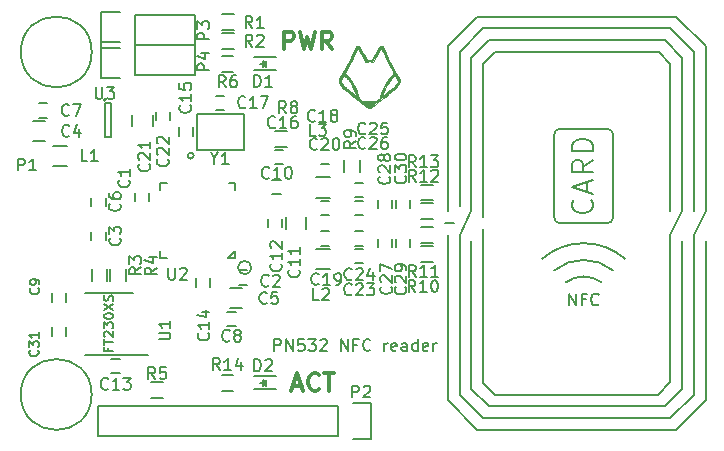
<source format=gto>
G04 #@! TF.FileFunction,Legend,Top*
%FSLAX46Y46*%
G04 Gerber Fmt 4.6, Leading zero omitted, Abs format (unit mm)*
G04 Created by KiCad (PCBNEW 4.0.2+dfsg1-stable) date ned 09 jul 2017 09:25:13 CEST*
%MOMM*%
G01*
G04 APERTURE LIST*
%ADD10C,0.100000*%
%ADD11C,0.300000*%
%ADD12C,0.150000*%
%ADD13C,0.200000*%
%ADD14C,0.010000*%
G04 APERTURE END LIST*
D10*
D11*
X23270000Y33231429D02*
X23270000Y34731429D01*
X23841428Y34731429D01*
X23984286Y34660000D01*
X24055714Y34588571D01*
X24127143Y34445714D01*
X24127143Y34231429D01*
X24055714Y34088571D01*
X23984286Y34017143D01*
X23841428Y33945714D01*
X23270000Y33945714D01*
X24627143Y34731429D02*
X24984286Y33231429D01*
X25270000Y34302857D01*
X25555714Y33231429D01*
X25912857Y34731429D01*
X27341429Y33231429D02*
X26841429Y33945714D01*
X26484286Y33231429D02*
X26484286Y34731429D01*
X27055714Y34731429D01*
X27198572Y34660000D01*
X27270000Y34588571D01*
X27341429Y34445714D01*
X27341429Y34231429D01*
X27270000Y34088571D01*
X27198572Y34017143D01*
X27055714Y33945714D01*
X26484286Y33945714D01*
X24051429Y4750000D02*
X24765715Y4750000D01*
X23908572Y4321429D02*
X24408572Y5821429D01*
X24908572Y4321429D01*
X26265715Y4464286D02*
X26194286Y4392857D01*
X25980000Y4321429D01*
X25837143Y4321429D01*
X25622858Y4392857D01*
X25480000Y4535714D01*
X25408572Y4678571D01*
X25337143Y4964286D01*
X25337143Y5178571D01*
X25408572Y5464286D01*
X25480000Y5607143D01*
X25622858Y5750000D01*
X25837143Y5821429D01*
X25980000Y5821429D01*
X26194286Y5750000D01*
X26265715Y5678571D01*
X26694286Y5821429D02*
X27551429Y5821429D01*
X27122858Y4321429D02*
X27122858Y5821429D01*
D12*
X8402857Y7914762D02*
X8402857Y7648095D01*
X8821905Y7648095D02*
X8021905Y7648095D01*
X8021905Y8029048D01*
X8021905Y8219523D02*
X8021905Y8676666D01*
X8821905Y8448095D02*
X8021905Y8448095D01*
X8098095Y8905238D02*
X8060000Y8943333D01*
X8021905Y9019524D01*
X8021905Y9210000D01*
X8060000Y9286190D01*
X8098095Y9324286D01*
X8174286Y9362381D01*
X8250476Y9362381D01*
X8364762Y9324286D01*
X8821905Y8867143D01*
X8821905Y9362381D01*
X8021905Y9629048D02*
X8021905Y10124286D01*
X8326667Y9857619D01*
X8326667Y9971905D01*
X8364762Y10048095D01*
X8402857Y10086191D01*
X8479048Y10124286D01*
X8669524Y10124286D01*
X8745714Y10086191D01*
X8783810Y10048095D01*
X8821905Y9971905D01*
X8821905Y9743333D01*
X8783810Y9667143D01*
X8745714Y9629048D01*
X8021905Y10619524D02*
X8021905Y10695715D01*
X8060000Y10771905D01*
X8098095Y10810000D01*
X8174286Y10848096D01*
X8326667Y10886191D01*
X8517143Y10886191D01*
X8669524Y10848096D01*
X8745714Y10810000D01*
X8783810Y10771905D01*
X8821905Y10695715D01*
X8821905Y10619524D01*
X8783810Y10543334D01*
X8745714Y10505238D01*
X8669524Y10467143D01*
X8517143Y10429048D01*
X8326667Y10429048D01*
X8174286Y10467143D01*
X8098095Y10505238D01*
X8060000Y10543334D01*
X8021905Y10619524D01*
X8021905Y11152858D02*
X8821905Y11686191D01*
X8021905Y11686191D02*
X8821905Y11152858D01*
X8783810Y11952858D02*
X8821905Y12067144D01*
X8821905Y12257620D01*
X8783810Y12333810D01*
X8745714Y12371906D01*
X8669524Y12410001D01*
X8593333Y12410001D01*
X8517143Y12371906D01*
X8479048Y12333810D01*
X8440952Y12257620D01*
X8402857Y12105239D01*
X8364762Y12029048D01*
X8326667Y11990953D01*
X8250476Y11952858D01*
X8174286Y11952858D01*
X8098095Y11990953D01*
X8060000Y12029048D01*
X8021905Y12105239D01*
X8021905Y12295715D01*
X8060000Y12410001D01*
X22450475Y7677619D02*
X22450475Y8677619D01*
X22831428Y8677619D01*
X22926666Y8630000D01*
X22974285Y8582381D01*
X23021904Y8487143D01*
X23021904Y8344286D01*
X22974285Y8249048D01*
X22926666Y8201429D01*
X22831428Y8153810D01*
X22450475Y8153810D01*
X23450475Y7677619D02*
X23450475Y8677619D01*
X24021904Y7677619D01*
X24021904Y8677619D01*
X24974285Y8677619D02*
X24498094Y8677619D01*
X24450475Y8201429D01*
X24498094Y8249048D01*
X24593332Y8296667D01*
X24831428Y8296667D01*
X24926666Y8249048D01*
X24974285Y8201429D01*
X25021904Y8106190D01*
X25021904Y7868095D01*
X24974285Y7772857D01*
X24926666Y7725238D01*
X24831428Y7677619D01*
X24593332Y7677619D01*
X24498094Y7725238D01*
X24450475Y7772857D01*
X25355237Y8677619D02*
X25974285Y8677619D01*
X25640951Y8296667D01*
X25783809Y8296667D01*
X25879047Y8249048D01*
X25926666Y8201429D01*
X25974285Y8106190D01*
X25974285Y7868095D01*
X25926666Y7772857D01*
X25879047Y7725238D01*
X25783809Y7677619D01*
X25498094Y7677619D01*
X25402856Y7725238D01*
X25355237Y7772857D01*
X26355237Y8582381D02*
X26402856Y8630000D01*
X26498094Y8677619D01*
X26736190Y8677619D01*
X26831428Y8630000D01*
X26879047Y8582381D01*
X26926666Y8487143D01*
X26926666Y8391905D01*
X26879047Y8249048D01*
X26307618Y7677619D01*
X26926666Y7677619D01*
X28117142Y7677619D02*
X28117142Y8677619D01*
X28688571Y7677619D01*
X28688571Y8677619D01*
X29498095Y8201429D02*
X29164761Y8201429D01*
X29164761Y7677619D02*
X29164761Y8677619D01*
X29640952Y8677619D01*
X30593333Y7772857D02*
X30545714Y7725238D01*
X30402857Y7677619D01*
X30307619Y7677619D01*
X30164761Y7725238D01*
X30069523Y7820476D01*
X30021904Y7915714D01*
X29974285Y8106190D01*
X29974285Y8249048D01*
X30021904Y8439524D01*
X30069523Y8534762D01*
X30164761Y8630000D01*
X30307619Y8677619D01*
X30402857Y8677619D01*
X30545714Y8630000D01*
X30593333Y8582381D01*
X31783809Y7677619D02*
X31783809Y8344286D01*
X31783809Y8153810D02*
X31831428Y8249048D01*
X31879047Y8296667D01*
X31974285Y8344286D01*
X32069524Y8344286D01*
X32783810Y7725238D02*
X32688572Y7677619D01*
X32498095Y7677619D01*
X32402857Y7725238D01*
X32355238Y7820476D01*
X32355238Y8201429D01*
X32402857Y8296667D01*
X32498095Y8344286D01*
X32688572Y8344286D01*
X32783810Y8296667D01*
X32831429Y8201429D01*
X32831429Y8106190D01*
X32355238Y8010952D01*
X33688572Y7677619D02*
X33688572Y8201429D01*
X33640953Y8296667D01*
X33545715Y8344286D01*
X33355238Y8344286D01*
X33260000Y8296667D01*
X33688572Y7725238D02*
X33593334Y7677619D01*
X33355238Y7677619D01*
X33260000Y7725238D01*
X33212381Y7820476D01*
X33212381Y7915714D01*
X33260000Y8010952D01*
X33355238Y8058571D01*
X33593334Y8058571D01*
X33688572Y8106190D01*
X34593334Y7677619D02*
X34593334Y8677619D01*
X34593334Y7725238D02*
X34498096Y7677619D01*
X34307619Y7677619D01*
X34212381Y7725238D01*
X34164762Y7772857D01*
X34117143Y7868095D01*
X34117143Y8153810D01*
X34164762Y8249048D01*
X34212381Y8296667D01*
X34307619Y8344286D01*
X34498096Y8344286D01*
X34593334Y8296667D01*
X35450477Y7725238D02*
X35355239Y7677619D01*
X35164762Y7677619D01*
X35069524Y7725238D01*
X35021905Y7820476D01*
X35021905Y8201429D01*
X35069524Y8296667D01*
X35164762Y8344286D01*
X35355239Y8344286D01*
X35450477Y8296667D01*
X35498096Y8201429D01*
X35498096Y8106190D01*
X35021905Y8010952D01*
X35926667Y7677619D02*
X35926667Y8344286D01*
X35926667Y8153810D02*
X35974286Y8249048D01*
X36021905Y8296667D01*
X36117143Y8344286D01*
X36212382Y8344286D01*
D13*
X37700000Y18496400D02*
X36900000Y18496400D01*
X7000000Y33000000D02*
G75*
G03X7000000Y33000000I-3000000J0D01*
G01*
X7000000Y4000000D02*
G75*
G03X7000000Y4000000I-3000000J0D01*
G01*
D12*
X23230000Y23480000D02*
X22530000Y23480000D01*
X22530000Y24680000D02*
X23230000Y24680000D01*
X26400000Y20390000D02*
X27100000Y20390000D01*
X27100000Y19190000D02*
X26400000Y19190000D01*
X10640000Y20400000D02*
X10640000Y21100000D01*
X11840000Y21100000D02*
X11840000Y20400000D01*
X19460000Y14500000D02*
X20160000Y14500000D01*
X20160000Y13300000D02*
X19460000Y13300000D01*
X8180000Y17780000D02*
X8180000Y17080000D01*
X6980000Y17080000D02*
X6980000Y17780000D01*
X2050000Y25450000D02*
X3050000Y25450000D01*
X3050000Y27150000D02*
X2050000Y27150000D01*
X19690000Y13000000D02*
X18690000Y13000000D01*
X18690000Y11300000D02*
X19690000Y11300000D01*
X6980000Y19970000D02*
X6980000Y20670000D01*
X8180000Y20670000D02*
X8180000Y19970000D01*
X3250000Y27450000D02*
X2550000Y27450000D01*
X2550000Y28650000D02*
X3250000Y28650000D01*
X18490000Y11000000D02*
X19190000Y11000000D01*
X19190000Y9800000D02*
X18490000Y9800000D01*
X4860000Y12570000D02*
X4860000Y11870000D01*
X3660000Y11870000D02*
X3660000Y12570000D01*
X22300000Y22150000D02*
X23000000Y22150000D01*
X23000000Y20950000D02*
X22300000Y20950000D01*
X25150000Y18000000D02*
X25150000Y19000000D01*
X23450000Y19000000D02*
X23450000Y18000000D01*
X23150000Y18850000D02*
X23150000Y18150000D01*
X21950000Y18150000D02*
X21950000Y18850000D01*
X9370000Y5780000D02*
X8670000Y5780000D01*
X8670000Y6980000D02*
X9370000Y6980000D01*
X16990000Y13840000D02*
X16990000Y13140000D01*
X15790000Y13140000D02*
X15790000Y13840000D01*
X14380000Y25920000D02*
X14380000Y26620000D01*
X15580000Y26620000D02*
X15580000Y25920000D01*
X18230000Y28090000D02*
X17530000Y28090000D01*
X17530000Y29290000D02*
X18230000Y29290000D01*
X27110000Y23490000D02*
X26410000Y23490000D01*
X26410000Y24690000D02*
X27110000Y24690000D01*
X26400000Y17810000D02*
X27100000Y17810000D01*
X27100000Y16610000D02*
X26400000Y16610000D01*
X12150000Y26700000D02*
X12150000Y27700000D01*
X10450000Y27700000D02*
X10450000Y26700000D01*
X13650000Y27900000D02*
X13650000Y27200000D01*
X12450000Y27200000D02*
X12450000Y27900000D01*
X29300000Y16310000D02*
X30000000Y16310000D01*
X30000000Y15110000D02*
X29300000Y15110000D01*
X29300000Y17810000D02*
X30000000Y17810000D01*
X30000000Y16610000D02*
X29300000Y16610000D01*
X29300000Y21890000D02*
X30000000Y21890000D01*
X30000000Y20690000D02*
X29300000Y20690000D01*
X29300000Y20390000D02*
X30000000Y20390000D01*
X30000000Y19190000D02*
X29300000Y19190000D01*
X31250000Y16490000D02*
X31250000Y17190000D01*
X32450000Y17190000D02*
X32450000Y16490000D01*
X31250000Y19800000D02*
X31250000Y20500000D01*
X32450000Y20500000D02*
X32450000Y19800000D01*
X32750000Y16490000D02*
X32750000Y17190000D01*
X33950000Y17190000D02*
X33950000Y16490000D01*
X32750000Y19800000D02*
X32750000Y20500000D01*
X33950000Y20500000D02*
X33950000Y19800000D01*
X22600000Y32550000D02*
X20700000Y32550000D01*
X22600000Y31450000D02*
X20700000Y31450000D01*
X21700000Y32000000D02*
X21250000Y32000000D01*
X21750000Y31750000D02*
X21750000Y32250000D01*
X21750000Y32000000D02*
X21500000Y31750000D01*
X21500000Y31750000D02*
X21500000Y32250000D01*
X21500000Y32250000D02*
X21750000Y32000000D01*
X22600000Y5550000D02*
X20700000Y5550000D01*
X22600000Y4450000D02*
X20700000Y4450000D01*
X21700000Y5000000D02*
X21250000Y5000000D01*
X21750000Y4750000D02*
X21750000Y5250000D01*
X21750000Y5000000D02*
X21500000Y4750000D01*
X21500000Y4750000D02*
X21500000Y5250000D01*
X21500000Y5250000D02*
X21750000Y5000000D01*
X4950000Y23325000D02*
X3750000Y23325000D01*
X3750000Y25075000D02*
X4950000Y25075000D01*
X27850000Y480000D02*
X7530000Y480000D01*
X7530000Y480000D02*
X7530000Y3020000D01*
X7530000Y3020000D02*
X27850000Y3020000D01*
X30670000Y200000D02*
X29120000Y200000D01*
X27850000Y480000D02*
X27850000Y3020000D01*
X29120000Y3300000D02*
X30670000Y3300000D01*
X30670000Y3300000D02*
X30670000Y200000D01*
X10630000Y33580000D02*
X15710000Y33580000D01*
X15710000Y33580000D02*
X15710000Y36120000D01*
X15710000Y36120000D02*
X10630000Y36120000D01*
X7810000Y36400000D02*
X9360000Y36400000D01*
X10630000Y36120000D02*
X10630000Y33580000D01*
X9360000Y33300000D02*
X7810000Y33300000D01*
X7810000Y33300000D02*
X7810000Y36400000D01*
X10630000Y31040000D02*
X15710000Y31040000D01*
X15710000Y31040000D02*
X15710000Y33580000D01*
X15710000Y33580000D02*
X10630000Y33580000D01*
X7810000Y33860000D02*
X9360000Y33860000D01*
X10630000Y33580000D02*
X10630000Y31040000D01*
X9360000Y30760000D02*
X7810000Y30760000D01*
X7810000Y30760000D02*
X7810000Y33860000D01*
X18050000Y36175000D02*
X19050000Y36175000D01*
X19050000Y34825000D02*
X18050000Y34825000D01*
X18050000Y34575000D02*
X19050000Y34575000D01*
X19050000Y33225000D02*
X18050000Y33225000D01*
X8335000Y14630000D02*
X8335000Y13630000D01*
X6985000Y13630000D02*
X6985000Y14630000D01*
X9935000Y14630000D02*
X9935000Y13630000D01*
X8585000Y13630000D02*
X8585000Y14630000D01*
X12050000Y5075000D02*
X13050000Y5075000D01*
X13050000Y3725000D02*
X12050000Y3725000D01*
X18000000Y32675000D02*
X19000000Y32675000D01*
X19000000Y31325000D02*
X18000000Y31325000D01*
X23530000Y24955000D02*
X22530000Y24955000D01*
X22530000Y26305000D02*
X23530000Y26305000D01*
X29675000Y23840000D02*
X29675000Y22840000D01*
X28325000Y22840000D02*
X28325000Y23840000D01*
X35900000Y15225000D02*
X34900000Y15225000D01*
X34900000Y16575000D02*
X35900000Y16575000D01*
X35900000Y16821400D02*
X34900000Y16821400D01*
X34900000Y18171400D02*
X35900000Y18171400D01*
X35900000Y18821400D02*
X34900000Y18821400D01*
X34900000Y20171400D02*
X35900000Y20171400D01*
X35900000Y20425000D02*
X34900000Y20425000D01*
X34900000Y21775000D02*
X35900000Y21775000D01*
X10460000Y12617500D02*
X6460000Y12617500D01*
X11735000Y7322500D02*
X6460000Y7322500D01*
X8200000Y28950000D02*
G75*
G03X8200000Y28950000I-100000J0D01*
G01*
X8650000Y28700000D02*
X8150000Y28700000D01*
X8650000Y25800000D02*
X8650000Y28700000D01*
X8150000Y25800000D02*
X8650000Y25800000D01*
X8150000Y28700000D02*
X8150000Y25800000D01*
X26000000Y16335000D02*
X27200000Y16335000D01*
X27200000Y14585000D02*
X26000000Y14585000D01*
X26000000Y22415000D02*
X27200000Y22415000D01*
X27200000Y20665000D02*
X26000000Y20665000D01*
X15630000Y24220000D02*
G75*
G03X15630000Y24220000I-250000J0D01*
G01*
X19880000Y27720000D02*
X15880000Y27720000D01*
X19880000Y24720000D02*
X19880000Y27720000D01*
X15880000Y24720000D02*
X19880000Y24720000D01*
X15880000Y27720000D02*
X15880000Y24720000D01*
X18000000Y5675000D02*
X19000000Y5675000D01*
X19000000Y4325000D02*
X18000000Y4325000D01*
X4860000Y9680000D02*
X4860000Y8980000D01*
X3660000Y8980000D02*
X3660000Y9680000D01*
X19150000Y21946400D02*
X19150000Y21346400D01*
X18650000Y21946400D02*
X19150000Y21946400D01*
X12750000Y21946400D02*
X12750000Y21346400D01*
X13350000Y21946400D02*
X12750000Y21946400D01*
X12750000Y15546400D02*
X12750000Y16146400D01*
X13350000Y15546400D02*
X12750000Y15546400D01*
X19150000Y16146400D02*
X18550000Y15546400D01*
X19150000Y15546400D02*
X19150000Y16146400D01*
X19150000Y15546400D02*
X18550000Y15546400D01*
X20515685Y14746400D02*
G75*
G03X20515685Y14746400I-565685J0D01*
G01*
X38150000Y17496400D02*
X39150000Y19496400D01*
X40150000Y1996400D02*
X56000000Y1996400D01*
X38150000Y3996400D02*
X40150000Y1996400D01*
X38150000Y17496400D02*
X38150000Y3996400D01*
X37150000Y3496400D02*
X39650000Y996400D01*
X56500000Y996400D02*
X59000000Y3496400D01*
X56500000Y35996400D02*
X59000000Y33496400D01*
X37150000Y33496400D02*
X39650000Y35996400D01*
X56000000Y31996400D02*
X56000000Y19496400D01*
X55000000Y32996400D02*
X56000000Y31996400D01*
X41150000Y32996400D02*
X55000000Y32996400D01*
X40150000Y31996400D02*
X41150000Y32996400D01*
X40150000Y18996400D02*
X40150000Y31996400D01*
X40150000Y4996400D02*
X40150000Y17996400D01*
X41150000Y3996400D02*
X40150000Y4996400D01*
X54950000Y3996400D02*
X41150000Y3996400D01*
X56000000Y5046400D02*
X54950000Y3996400D01*
X56000000Y17496400D02*
X56000000Y5046400D01*
X57000000Y19496400D02*
X56000000Y17496400D01*
X58000000Y17496400D02*
X59000000Y19496400D01*
X57000000Y4496400D02*
X57000000Y16996400D01*
X55500000Y2996400D02*
X57000000Y4496400D01*
X40650000Y2996400D02*
X55500000Y2996400D01*
X39150000Y4496400D02*
X40650000Y2996400D01*
X39150000Y16996400D02*
X39150000Y4496400D01*
X57000000Y32496400D02*
X57000000Y19496400D01*
X55500000Y33996400D02*
X57000000Y32496400D01*
X40650000Y33996400D02*
X55500000Y33996400D01*
X39150000Y32496400D02*
X40650000Y33996400D01*
X39150000Y19496400D02*
X39150000Y32496400D01*
X40150000Y34996400D02*
X56000000Y34996400D01*
X38150000Y32996400D02*
X40150000Y34996400D01*
X38150000Y19996400D02*
X38150000Y32996400D01*
X56000000Y1996400D02*
X58000000Y3996400D01*
X58000000Y6496400D02*
X58000000Y3996400D01*
X58000000Y17496400D02*
X58000000Y6496400D01*
X59000000Y33496400D02*
X59000000Y19496400D01*
X39650000Y996400D02*
X56500000Y996400D01*
X37150000Y17496400D02*
X37150000Y3496400D01*
X37150000Y33496400D02*
X37150000Y19496400D01*
X39650000Y35996400D02*
X56500000Y35996400D01*
X58000000Y32996400D02*
X56000000Y34996400D01*
X58000000Y19496400D02*
X58000000Y32996400D01*
X59000000Y3496400D02*
X59000000Y16996400D01*
X52150000Y15496400D02*
G75*
G03X45150000Y15496400I-3500000J-4000000D01*
G01*
X50650000Y18496400D02*
G75*
G03X51150000Y18996400I0J500000D01*
G01*
X46150000Y18996400D02*
G75*
G03X46650000Y18496400I500000J0D01*
G01*
X46650000Y18496400D02*
X50650000Y18496400D01*
X51150000Y14496400D02*
G75*
G03X46150000Y14496400I-2500000J-3000000D01*
G01*
X50150000Y13496400D02*
G75*
G03X47150000Y13496400I-1500000J-2000000D01*
G01*
X46150000Y25996400D02*
X46150000Y18996400D01*
X50650000Y26496400D02*
X46650000Y26496400D01*
X46650000Y26496400D02*
G75*
G03X46150000Y25996400I0J-500000D01*
G01*
X51150000Y25996400D02*
G75*
G03X50650000Y26496400I-500000J0D01*
G01*
X51150000Y18996400D02*
X51150000Y25996400D01*
D14*
G36*
X29644364Y33473781D02*
X29666629Y33445224D01*
X29693419Y33405180D01*
X29719821Y33361109D01*
X29726278Y33349427D01*
X29740577Y33323376D01*
X29764039Y33281072D01*
X29795441Y33224705D01*
X29833557Y33156465D01*
X29877164Y33078540D01*
X29925037Y32993122D01*
X29975952Y32902398D01*
X30028685Y32808560D01*
X30032175Y32802354D01*
X30292568Y32339333D01*
X30727432Y32339333D01*
X30987825Y32802354D01*
X31040634Y32896321D01*
X31091706Y32987315D01*
X31139816Y33073149D01*
X31183740Y33151631D01*
X31222254Y33220573D01*
X31254133Y33277785D01*
X31278153Y33321078D01*
X31293089Y33348261D01*
X31293722Y33349427D01*
X31319171Y33393305D01*
X31346341Y33435179D01*
X31370320Y33467591D01*
X31375635Y33473781D01*
X31412046Y33514083D01*
X31598252Y33514083D01*
X31629671Y33471361D01*
X31640485Y33453228D01*
X31659174Y33417995D01*
X31684702Y33367765D01*
X31716035Y33304637D01*
X31752139Y33230714D01*
X31791979Y33148097D01*
X31834521Y33058887D01*
X31875860Y32971298D01*
X31949077Y32815417D01*
X32014269Y32676790D01*
X32072409Y32553512D01*
X32124472Y32443676D01*
X32171430Y32345377D01*
X32214256Y32256711D01*
X32253923Y32175771D01*
X32291404Y32100653D01*
X32327673Y32029450D01*
X32363702Y31960258D01*
X32400465Y31891170D01*
X32438934Y31820282D01*
X32480083Y31745687D01*
X32524884Y31665482D01*
X32574312Y31577759D01*
X32629338Y31480614D01*
X32690936Y31372141D01*
X32706641Y31344500D01*
X33076458Y30693625D01*
X33079988Y30575648D01*
X33081068Y30520602D01*
X33079906Y30480002D01*
X33075687Y30447174D01*
X33067598Y30415445D01*
X33056433Y30382585D01*
X33010529Y30273811D01*
X32953644Y30174327D01*
X32882274Y30078573D01*
X32823016Y30012048D01*
X32806807Y29997020D01*
X32775108Y29969665D01*
X32728981Y29930849D01*
X32669488Y29881437D01*
X32597690Y29822296D01*
X32514650Y29754292D01*
X32421430Y29678289D01*
X32319092Y29595155D01*
X32208698Y29505754D01*
X32091309Y29410954D01*
X31967989Y29311618D01*
X31839799Y29208614D01*
X31707801Y29102807D01*
X31703340Y29099236D01*
X30647722Y28254167D01*
X30507423Y28254956D01*
X30367125Y28255745D01*
X29326371Y29089685D01*
X29195376Y29194728D01*
X29068222Y29296845D01*
X28945970Y29395174D01*
X28829684Y29488856D01*
X28720424Y29577029D01*
X28619252Y29658834D01*
X28527231Y29733410D01*
X28445422Y29799896D01*
X28374888Y29857432D01*
X28316689Y29905156D01*
X28271889Y29942209D01*
X28241549Y29967730D01*
X28227055Y29980542D01*
X28183600Y30026465D01*
X28136863Y30081961D01*
X28091243Y30141257D01*
X28051140Y30198583D01*
X28020956Y30248165D01*
X28016372Y30256889D01*
X27999128Y30294025D01*
X27979621Y30340631D01*
X27963475Y30382839D01*
X27951277Y30419143D01*
X27943665Y30450651D01*
X27939829Y30484031D01*
X27938958Y30525948D01*
X27939332Y30543601D01*
X28091930Y30543601D01*
X28103404Y30498350D01*
X28125794Y30443575D01*
X28157365Y30382277D01*
X28196383Y30317456D01*
X28241111Y30252114D01*
X28289816Y30189251D01*
X28340762Y30131869D01*
X28362934Y30109620D01*
X28377610Y30096728D01*
X28406416Y30072557D01*
X28447658Y30038472D01*
X28499642Y29995840D01*
X28560675Y29946026D01*
X28629063Y29890397D01*
X28703112Y29830319D01*
X28781128Y29767158D01*
X28861418Y29702280D01*
X28942289Y29637051D01*
X29022045Y29572837D01*
X29098995Y29511004D01*
X29171443Y29452919D01*
X29237696Y29399946D01*
X29296061Y29353454D01*
X29344844Y29314807D01*
X29382351Y29285371D01*
X29406889Y29266514D01*
X29416763Y29259600D01*
X29416824Y29259591D01*
X29414406Y29268985D01*
X29406249Y29294753D01*
X29393536Y29333270D01*
X29377453Y29380906D01*
X29372355Y29395829D01*
X29304510Y29578016D01*
X29223700Y29767960D01*
X29132511Y29960629D01*
X29033527Y30150988D01*
X28929334Y30334005D01*
X28822518Y30504644D01*
X28744346Y30618538D01*
X28702445Y30673097D01*
X28652045Y30732602D01*
X28596856Y30793201D01*
X28540589Y30851042D01*
X28486952Y30902271D01*
X28439656Y30943036D01*
X28412518Y30963142D01*
X28380110Y30984038D01*
X28354381Y30999253D01*
X28340457Y31005775D01*
X28339916Y31005833D01*
X28332635Y30997087D01*
X28316940Y30972936D01*
X28294634Y30936516D01*
X28267518Y30890963D01*
X28237395Y30839412D01*
X28206064Y30784997D01*
X28175329Y30730854D01*
X28146990Y30680119D01*
X28122849Y30635925D01*
X28104708Y30601409D01*
X28094367Y30579705D01*
X28093108Y30576326D01*
X28091930Y30543601D01*
X27939332Y30543601D01*
X27940012Y30575648D01*
X27943542Y30693625D01*
X28214453Y31170427D01*
X28428055Y31170427D01*
X28435732Y31160743D01*
X28458100Y31145911D01*
X28490378Y31129084D01*
X28491555Y31128532D01*
X28520990Y31112916D01*
X28551240Y31092439D01*
X28585465Y31064483D01*
X28626826Y31026429D01*
X28678483Y30975661D01*
X28689667Y30964418D01*
X28786478Y30859980D01*
X28879592Y30745114D01*
X28970481Y30617651D01*
X29060615Y30475420D01*
X29151467Y30316252D01*
X29227804Y30171042D01*
X29313159Y29998096D01*
X29386437Y29838123D01*
X29448974Y29687723D01*
X29502104Y29543493D01*
X29547165Y29402033D01*
X29585273Y29260825D01*
X29599089Y29205819D01*
X29611604Y29157743D01*
X29621761Y29120534D01*
X29628499Y29098130D01*
X29630173Y29093852D01*
X29640102Y29083871D01*
X29664115Y29062841D01*
X29699709Y29032862D01*
X29744379Y28996032D01*
X29795622Y28954449D01*
X29816792Y28937442D01*
X29880916Y28886642D01*
X29930740Y28848570D01*
X29967939Y28822072D01*
X29994191Y28805996D01*
X30011173Y28799188D01*
X30017875Y28799140D01*
X30038840Y28804804D01*
X30072589Y28813806D01*
X30107833Y28823145D01*
X30130326Y28828351D01*
X30155749Y28832475D01*
X30186709Y28835631D01*
X30225813Y28837933D01*
X30275667Y28839494D01*
X30338877Y28840427D01*
X30418052Y28840845D01*
X30515292Y28840863D01*
X30610183Y28840652D01*
X30686657Y28840198D01*
X30747465Y28839346D01*
X30795357Y28837943D01*
X30833081Y28835835D01*
X30863390Y28832866D01*
X30889031Y28828884D01*
X30912756Y28823733D01*
X30937315Y28817260D01*
X30937571Y28817189D01*
X30979691Y28806919D01*
X31012592Y28801642D01*
X31031299Y28802104D01*
X31032821Y28802890D01*
X31070294Y28832006D01*
X31114835Y28867228D01*
X31163630Y28906260D01*
X31213859Y28946803D01*
X31262708Y28986562D01*
X31307358Y29023241D01*
X31344993Y29054541D01*
X31372796Y29078168D01*
X31387950Y29091823D01*
X31389827Y29093957D01*
X31394611Y29108084D01*
X31403306Y29138853D01*
X31414853Y29182329D01*
X31428194Y29234579D01*
X31434727Y29260825D01*
X31436431Y29267136D01*
X31611986Y29267136D01*
X31613317Y29267298D01*
X31623751Y29275595D01*
X31649244Y29295941D01*
X31688327Y29327163D01*
X31739532Y29368085D01*
X31801391Y29417535D01*
X31872433Y29474338D01*
X31951191Y29537320D01*
X32036196Y29605306D01*
X32125979Y29677124D01*
X32129250Y29679741D01*
X32242870Y29770779D01*
X32341212Y29849978D01*
X32425654Y29918560D01*
X32497569Y29977754D01*
X32558333Y30028784D01*
X32609322Y30072876D01*
X32651910Y30111255D01*
X32687474Y30145147D01*
X32717389Y30175779D01*
X32743029Y30204374D01*
X32765770Y30232160D01*
X32786988Y30260362D01*
X32797866Y30275583D01*
X32836905Y30335480D01*
X32870982Y30396373D01*
X32898539Y30454634D01*
X32918022Y30506638D01*
X32927874Y30548758D01*
X32926892Y30576326D01*
X32919083Y30593841D01*
X32902964Y30625054D01*
X32880336Y30666831D01*
X32853000Y30716035D01*
X32822760Y30769533D01*
X32791415Y30824189D01*
X32760767Y30876867D01*
X32732619Y30924433D01*
X32708771Y30963751D01*
X32691026Y30991687D01*
X32681184Y31005105D01*
X32680083Y31005833D01*
X32667603Y31000334D01*
X32642813Y30985843D01*
X32610836Y30965375D01*
X32607481Y30963142D01*
X32566766Y30931903D01*
X32517135Y30887526D01*
X32462300Y30833865D01*
X32405969Y30774772D01*
X32351852Y30714098D01*
X32303658Y30655697D01*
X32275653Y30618538D01*
X32168096Y30459418D01*
X32061350Y30284232D01*
X31957996Y30098007D01*
X31860614Y29905770D01*
X31771787Y29712547D01*
X31694094Y29523366D01*
X31647202Y29394536D01*
X31631175Y29345849D01*
X31619388Y29306226D01*
X31612704Y29278908D01*
X31611986Y29267136D01*
X31436431Y29267136D01*
X31473090Y29402902D01*
X31518196Y29544368D01*
X31571381Y29688626D01*
X31633979Y29839075D01*
X31707327Y29999117D01*
X31792196Y30171042D01*
X31884742Y30345774D01*
X31975359Y30501784D01*
X32065520Y30641241D01*
X32156696Y30766315D01*
X32250357Y30879176D01*
X32330333Y30964418D01*
X32384292Y31017885D01*
X32427357Y31058142D01*
X32462690Y31087806D01*
X32493449Y31109497D01*
X32522795Y31125831D01*
X32528444Y31128532D01*
X32560968Y31145371D01*
X32583738Y31160320D01*
X32591975Y31170223D01*
X32591944Y31170427D01*
X32586363Y31181834D01*
X32571452Y31209564D01*
X32548361Y31251547D01*
X32518243Y31305715D01*
X32482246Y31370001D01*
X32441523Y31442337D01*
X32397223Y31520654D01*
X32388774Y31535552D01*
X32336831Y31627813D01*
X32288780Y31714850D01*
X32243036Y31799770D01*
X32198010Y31885683D01*
X32152115Y31975696D01*
X32103766Y32072917D01*
X32051375Y32180455D01*
X31993355Y32301417D01*
X31935168Y32424000D01*
X31886291Y32527444D01*
X31838680Y32628381D01*
X31793379Y32724588D01*
X31751429Y32813846D01*
X31713872Y32893933D01*
X31681750Y32962628D01*
X31656107Y33017710D01*
X31637983Y33056959D01*
X31632233Y33069583D01*
X31607031Y33124500D01*
X31579922Y33182134D01*
X31554907Y33234037D01*
X31542322Y33259399D01*
X31502592Y33338090D01*
X31483032Y33312316D01*
X31471697Y33294414D01*
X31452877Y33261416D01*
X31428655Y33217108D01*
X31401110Y33165276D01*
X31381609Y33127792D01*
X31353760Y33074351D01*
X31328604Y33027132D01*
X31307994Y32989529D01*
X31293779Y32964934D01*
X31288519Y32957159D01*
X31281083Y32945631D01*
X31264477Y32917607D01*
X31239840Y32875078D01*
X31208309Y32820034D01*
X31171023Y32754467D01*
X31129119Y32680367D01*
X31083737Y32599725D01*
X31060333Y32557996D01*
X30843375Y32170715D01*
X30783037Y32170358D01*
X30736263Y32173156D01*
X30685167Y32180674D01*
X30661751Y32185875D01*
X30601194Y32196402D01*
X30529323Y32200942D01*
X30455128Y32199497D01*
X30387598Y32192066D01*
X30358249Y32185875D01*
X30311234Y32176674D01*
X30260212Y32171127D01*
X30236963Y32170358D01*
X30176625Y32170715D01*
X29959667Y32557996D01*
X29912983Y32641139D01*
X29869214Y32718727D01*
X29829500Y32788767D01*
X29794978Y32849269D01*
X29766786Y32898243D01*
X29746062Y32933696D01*
X29733944Y32953639D01*
X29731481Y32957159D01*
X29723073Y32970176D01*
X29706925Y32998667D01*
X29684886Y33039238D01*
X29658810Y33088497D01*
X29638390Y33127792D01*
X29609777Y33182571D01*
X29583075Y33232392D01*
X29560367Y33273469D01*
X29543732Y33302015D01*
X29536968Y33312316D01*
X29517408Y33338090D01*
X29477678Y33259399D01*
X29455928Y33215194D01*
X29429628Y33160074D01*
X29402782Y33102489D01*
X29387767Y33069583D01*
X29373647Y33038775D01*
X29351504Y32991061D01*
X29322380Y32928661D01*
X29287318Y32853797D01*
X29247359Y32768690D01*
X29203545Y32675561D01*
X29156919Y32576631D01*
X29108524Y32474120D01*
X29084831Y32424000D01*
X29020407Y32288339D01*
X28963035Y32168892D01*
X28911130Y32062553D01*
X28863105Y31966211D01*
X28817372Y31876760D01*
X28772345Y31791092D01*
X28726437Y31706097D01*
X28678062Y31618669D01*
X28631226Y31535552D01*
X28586394Y31456359D01*
X28544926Y31382768D01*
X28507973Y31316846D01*
X28476687Y31260660D01*
X28452217Y31216280D01*
X28435714Y31185773D01*
X28428330Y31171206D01*
X28428055Y31170427D01*
X28214453Y31170427D01*
X28313359Y31344500D01*
X28376661Y31455944D01*
X28433160Y31555607D01*
X28483830Y31645396D01*
X28529642Y31727214D01*
X28571570Y31802969D01*
X28610588Y31874565D01*
X28647668Y31943908D01*
X28683783Y32012903D01*
X28719907Y32083456D01*
X28757012Y32157472D01*
X28796072Y32236856D01*
X28838059Y32323514D01*
X28883947Y32419352D01*
X28934709Y32526275D01*
X28991318Y32646188D01*
X29054747Y32780996D01*
X29125969Y32932606D01*
X29144139Y32971298D01*
X29188272Y33064775D01*
X29230672Y33153625D01*
X29270303Y33235747D01*
X29306132Y33309040D01*
X29337123Y33371402D01*
X29362243Y33420732D01*
X29380457Y33454929D01*
X29390329Y33471361D01*
X29421748Y33514083D01*
X29607953Y33514083D01*
X29644364Y33473781D01*
X29644364Y33473781D01*
G37*
X29644364Y33473781D02*
X29666629Y33445224D01*
X29693419Y33405180D01*
X29719821Y33361109D01*
X29726278Y33349427D01*
X29740577Y33323376D01*
X29764039Y33281072D01*
X29795441Y33224705D01*
X29833557Y33156465D01*
X29877164Y33078540D01*
X29925037Y32993122D01*
X29975952Y32902398D01*
X30028685Y32808560D01*
X30032175Y32802354D01*
X30292568Y32339333D01*
X30727432Y32339333D01*
X30987825Y32802354D01*
X31040634Y32896321D01*
X31091706Y32987315D01*
X31139816Y33073149D01*
X31183740Y33151631D01*
X31222254Y33220573D01*
X31254133Y33277785D01*
X31278153Y33321078D01*
X31293089Y33348261D01*
X31293722Y33349427D01*
X31319171Y33393305D01*
X31346341Y33435179D01*
X31370320Y33467591D01*
X31375635Y33473781D01*
X31412046Y33514083D01*
X31598252Y33514083D01*
X31629671Y33471361D01*
X31640485Y33453228D01*
X31659174Y33417995D01*
X31684702Y33367765D01*
X31716035Y33304637D01*
X31752139Y33230714D01*
X31791979Y33148097D01*
X31834521Y33058887D01*
X31875860Y32971298D01*
X31949077Y32815417D01*
X32014269Y32676790D01*
X32072409Y32553512D01*
X32124472Y32443676D01*
X32171430Y32345377D01*
X32214256Y32256711D01*
X32253923Y32175771D01*
X32291404Y32100653D01*
X32327673Y32029450D01*
X32363702Y31960258D01*
X32400465Y31891170D01*
X32438934Y31820282D01*
X32480083Y31745687D01*
X32524884Y31665482D01*
X32574312Y31577759D01*
X32629338Y31480614D01*
X32690936Y31372141D01*
X32706641Y31344500D01*
X33076458Y30693625D01*
X33079988Y30575648D01*
X33081068Y30520602D01*
X33079906Y30480002D01*
X33075687Y30447174D01*
X33067598Y30415445D01*
X33056433Y30382585D01*
X33010529Y30273811D01*
X32953644Y30174327D01*
X32882274Y30078573D01*
X32823016Y30012048D01*
X32806807Y29997020D01*
X32775108Y29969665D01*
X32728981Y29930849D01*
X32669488Y29881437D01*
X32597690Y29822296D01*
X32514650Y29754292D01*
X32421430Y29678289D01*
X32319092Y29595155D01*
X32208698Y29505754D01*
X32091309Y29410954D01*
X31967989Y29311618D01*
X31839799Y29208614D01*
X31707801Y29102807D01*
X31703340Y29099236D01*
X30647722Y28254167D01*
X30507423Y28254956D01*
X30367125Y28255745D01*
X29326371Y29089685D01*
X29195376Y29194728D01*
X29068222Y29296845D01*
X28945970Y29395174D01*
X28829684Y29488856D01*
X28720424Y29577029D01*
X28619252Y29658834D01*
X28527231Y29733410D01*
X28445422Y29799896D01*
X28374888Y29857432D01*
X28316689Y29905156D01*
X28271889Y29942209D01*
X28241549Y29967730D01*
X28227055Y29980542D01*
X28183600Y30026465D01*
X28136863Y30081961D01*
X28091243Y30141257D01*
X28051140Y30198583D01*
X28020956Y30248165D01*
X28016372Y30256889D01*
X27999128Y30294025D01*
X27979621Y30340631D01*
X27963475Y30382839D01*
X27951277Y30419143D01*
X27943665Y30450651D01*
X27939829Y30484031D01*
X27938958Y30525948D01*
X27939332Y30543601D01*
X28091930Y30543601D01*
X28103404Y30498350D01*
X28125794Y30443575D01*
X28157365Y30382277D01*
X28196383Y30317456D01*
X28241111Y30252114D01*
X28289816Y30189251D01*
X28340762Y30131869D01*
X28362934Y30109620D01*
X28377610Y30096728D01*
X28406416Y30072557D01*
X28447658Y30038472D01*
X28499642Y29995840D01*
X28560675Y29946026D01*
X28629063Y29890397D01*
X28703112Y29830319D01*
X28781128Y29767158D01*
X28861418Y29702280D01*
X28942289Y29637051D01*
X29022045Y29572837D01*
X29098995Y29511004D01*
X29171443Y29452919D01*
X29237696Y29399946D01*
X29296061Y29353454D01*
X29344844Y29314807D01*
X29382351Y29285371D01*
X29406889Y29266514D01*
X29416763Y29259600D01*
X29416824Y29259591D01*
X29414406Y29268985D01*
X29406249Y29294753D01*
X29393536Y29333270D01*
X29377453Y29380906D01*
X29372355Y29395829D01*
X29304510Y29578016D01*
X29223700Y29767960D01*
X29132511Y29960629D01*
X29033527Y30150988D01*
X28929334Y30334005D01*
X28822518Y30504644D01*
X28744346Y30618538D01*
X28702445Y30673097D01*
X28652045Y30732602D01*
X28596856Y30793201D01*
X28540589Y30851042D01*
X28486952Y30902271D01*
X28439656Y30943036D01*
X28412518Y30963142D01*
X28380110Y30984038D01*
X28354381Y30999253D01*
X28340457Y31005775D01*
X28339916Y31005833D01*
X28332635Y30997087D01*
X28316940Y30972936D01*
X28294634Y30936516D01*
X28267518Y30890963D01*
X28237395Y30839412D01*
X28206064Y30784997D01*
X28175329Y30730854D01*
X28146990Y30680119D01*
X28122849Y30635925D01*
X28104708Y30601409D01*
X28094367Y30579705D01*
X28093108Y30576326D01*
X28091930Y30543601D01*
X27939332Y30543601D01*
X27940012Y30575648D01*
X27943542Y30693625D01*
X28214453Y31170427D01*
X28428055Y31170427D01*
X28435732Y31160743D01*
X28458100Y31145911D01*
X28490378Y31129084D01*
X28491555Y31128532D01*
X28520990Y31112916D01*
X28551240Y31092439D01*
X28585465Y31064483D01*
X28626826Y31026429D01*
X28678483Y30975661D01*
X28689667Y30964418D01*
X28786478Y30859980D01*
X28879592Y30745114D01*
X28970481Y30617651D01*
X29060615Y30475420D01*
X29151467Y30316252D01*
X29227804Y30171042D01*
X29313159Y29998096D01*
X29386437Y29838123D01*
X29448974Y29687723D01*
X29502104Y29543493D01*
X29547165Y29402033D01*
X29585273Y29260825D01*
X29599089Y29205819D01*
X29611604Y29157743D01*
X29621761Y29120534D01*
X29628499Y29098130D01*
X29630173Y29093852D01*
X29640102Y29083871D01*
X29664115Y29062841D01*
X29699709Y29032862D01*
X29744379Y28996032D01*
X29795622Y28954449D01*
X29816792Y28937442D01*
X29880916Y28886642D01*
X29930740Y28848570D01*
X29967939Y28822072D01*
X29994191Y28805996D01*
X30011173Y28799188D01*
X30017875Y28799140D01*
X30038840Y28804804D01*
X30072589Y28813806D01*
X30107833Y28823145D01*
X30130326Y28828351D01*
X30155749Y28832475D01*
X30186709Y28835631D01*
X30225813Y28837933D01*
X30275667Y28839494D01*
X30338877Y28840427D01*
X30418052Y28840845D01*
X30515292Y28840863D01*
X30610183Y28840652D01*
X30686657Y28840198D01*
X30747465Y28839346D01*
X30795357Y28837943D01*
X30833081Y28835835D01*
X30863390Y28832866D01*
X30889031Y28828884D01*
X30912756Y28823733D01*
X30937315Y28817260D01*
X30937571Y28817189D01*
X30979691Y28806919D01*
X31012592Y28801642D01*
X31031299Y28802104D01*
X31032821Y28802890D01*
X31070294Y28832006D01*
X31114835Y28867228D01*
X31163630Y28906260D01*
X31213859Y28946803D01*
X31262708Y28986562D01*
X31307358Y29023241D01*
X31344993Y29054541D01*
X31372796Y29078168D01*
X31387950Y29091823D01*
X31389827Y29093957D01*
X31394611Y29108084D01*
X31403306Y29138853D01*
X31414853Y29182329D01*
X31428194Y29234579D01*
X31434727Y29260825D01*
X31436431Y29267136D01*
X31611986Y29267136D01*
X31613317Y29267298D01*
X31623751Y29275595D01*
X31649244Y29295941D01*
X31688327Y29327163D01*
X31739532Y29368085D01*
X31801391Y29417535D01*
X31872433Y29474338D01*
X31951191Y29537320D01*
X32036196Y29605306D01*
X32125979Y29677124D01*
X32129250Y29679741D01*
X32242870Y29770779D01*
X32341212Y29849978D01*
X32425654Y29918560D01*
X32497569Y29977754D01*
X32558333Y30028784D01*
X32609322Y30072876D01*
X32651910Y30111255D01*
X32687474Y30145147D01*
X32717389Y30175779D01*
X32743029Y30204374D01*
X32765770Y30232160D01*
X32786988Y30260362D01*
X32797866Y30275583D01*
X32836905Y30335480D01*
X32870982Y30396373D01*
X32898539Y30454634D01*
X32918022Y30506638D01*
X32927874Y30548758D01*
X32926892Y30576326D01*
X32919083Y30593841D01*
X32902964Y30625054D01*
X32880336Y30666831D01*
X32853000Y30716035D01*
X32822760Y30769533D01*
X32791415Y30824189D01*
X32760767Y30876867D01*
X32732619Y30924433D01*
X32708771Y30963751D01*
X32691026Y30991687D01*
X32681184Y31005105D01*
X32680083Y31005833D01*
X32667603Y31000334D01*
X32642813Y30985843D01*
X32610836Y30965375D01*
X32607481Y30963142D01*
X32566766Y30931903D01*
X32517135Y30887526D01*
X32462300Y30833865D01*
X32405969Y30774772D01*
X32351852Y30714098D01*
X32303658Y30655697D01*
X32275653Y30618538D01*
X32168096Y30459418D01*
X32061350Y30284232D01*
X31957996Y30098007D01*
X31860614Y29905770D01*
X31771787Y29712547D01*
X31694094Y29523366D01*
X31647202Y29394536D01*
X31631175Y29345849D01*
X31619388Y29306226D01*
X31612704Y29278908D01*
X31611986Y29267136D01*
X31436431Y29267136D01*
X31473090Y29402902D01*
X31518196Y29544368D01*
X31571381Y29688626D01*
X31633979Y29839075D01*
X31707327Y29999117D01*
X31792196Y30171042D01*
X31884742Y30345774D01*
X31975359Y30501784D01*
X32065520Y30641241D01*
X32156696Y30766315D01*
X32250357Y30879176D01*
X32330333Y30964418D01*
X32384292Y31017885D01*
X32427357Y31058142D01*
X32462690Y31087806D01*
X32493449Y31109497D01*
X32522795Y31125831D01*
X32528444Y31128532D01*
X32560968Y31145371D01*
X32583738Y31160320D01*
X32591975Y31170223D01*
X32591944Y31170427D01*
X32586363Y31181834D01*
X32571452Y31209564D01*
X32548361Y31251547D01*
X32518243Y31305715D01*
X32482246Y31370001D01*
X32441523Y31442337D01*
X32397223Y31520654D01*
X32388774Y31535552D01*
X32336831Y31627813D01*
X32288780Y31714850D01*
X32243036Y31799770D01*
X32198010Y31885683D01*
X32152115Y31975696D01*
X32103766Y32072917D01*
X32051375Y32180455D01*
X31993355Y32301417D01*
X31935168Y32424000D01*
X31886291Y32527444D01*
X31838680Y32628381D01*
X31793379Y32724588D01*
X31751429Y32813846D01*
X31713872Y32893933D01*
X31681750Y32962628D01*
X31656107Y33017710D01*
X31637983Y33056959D01*
X31632233Y33069583D01*
X31607031Y33124500D01*
X31579922Y33182134D01*
X31554907Y33234037D01*
X31542322Y33259399D01*
X31502592Y33338090D01*
X31483032Y33312316D01*
X31471697Y33294414D01*
X31452877Y33261416D01*
X31428655Y33217108D01*
X31401110Y33165276D01*
X31381609Y33127792D01*
X31353760Y33074351D01*
X31328604Y33027132D01*
X31307994Y32989529D01*
X31293779Y32964934D01*
X31288519Y32957159D01*
X31281083Y32945631D01*
X31264477Y32917607D01*
X31239840Y32875078D01*
X31208309Y32820034D01*
X31171023Y32754467D01*
X31129119Y32680367D01*
X31083737Y32599725D01*
X31060333Y32557996D01*
X30843375Y32170715D01*
X30783037Y32170358D01*
X30736263Y32173156D01*
X30685167Y32180674D01*
X30661751Y32185875D01*
X30601194Y32196402D01*
X30529323Y32200942D01*
X30455128Y32199497D01*
X30387598Y32192066D01*
X30358249Y32185875D01*
X30311234Y32176674D01*
X30260212Y32171127D01*
X30236963Y32170358D01*
X30176625Y32170715D01*
X29959667Y32557996D01*
X29912983Y32641139D01*
X29869214Y32718727D01*
X29829500Y32788767D01*
X29794978Y32849269D01*
X29766786Y32898243D01*
X29746062Y32933696D01*
X29733944Y32953639D01*
X29731481Y32957159D01*
X29723073Y32970176D01*
X29706925Y32998667D01*
X29684886Y33039238D01*
X29658810Y33088497D01*
X29638390Y33127792D01*
X29609777Y33182571D01*
X29583075Y33232392D01*
X29560367Y33273469D01*
X29543732Y33302015D01*
X29536968Y33312316D01*
X29517408Y33338090D01*
X29477678Y33259399D01*
X29455928Y33215194D01*
X29429628Y33160074D01*
X29402782Y33102489D01*
X29387767Y33069583D01*
X29373647Y33038775D01*
X29351504Y32991061D01*
X29322380Y32928661D01*
X29287318Y32853797D01*
X29247359Y32768690D01*
X29203545Y32675561D01*
X29156919Y32576631D01*
X29108524Y32474120D01*
X29084831Y32424000D01*
X29020407Y32288339D01*
X28963035Y32168892D01*
X28911130Y32062553D01*
X28863105Y31966211D01*
X28817372Y31876760D01*
X28772345Y31791092D01*
X28726437Y31706097D01*
X28678062Y31618669D01*
X28631226Y31535552D01*
X28586394Y31456359D01*
X28544926Y31382768D01*
X28507973Y31316846D01*
X28476687Y31260660D01*
X28452217Y31216280D01*
X28435714Y31185773D01*
X28428330Y31171206D01*
X28428055Y31170427D01*
X28214453Y31170427D01*
X28313359Y31344500D01*
X28376661Y31455944D01*
X28433160Y31555607D01*
X28483830Y31645396D01*
X28529642Y31727214D01*
X28571570Y31802969D01*
X28610588Y31874565D01*
X28647668Y31943908D01*
X28683783Y32012903D01*
X28719907Y32083456D01*
X28757012Y32157472D01*
X28796072Y32236856D01*
X28838059Y32323514D01*
X28883947Y32419352D01*
X28934709Y32526275D01*
X28991318Y32646188D01*
X29054747Y32780996D01*
X29125969Y32932606D01*
X29144139Y32971298D01*
X29188272Y33064775D01*
X29230672Y33153625D01*
X29270303Y33235747D01*
X29306132Y33309040D01*
X29337123Y33371402D01*
X29362243Y33420732D01*
X29380457Y33454929D01*
X29390329Y33471361D01*
X29421748Y33514083D01*
X29607953Y33514083D01*
X29644364Y33473781D01*
D12*
X22527143Y26652857D02*
X22479524Y26605238D01*
X22336667Y26557619D01*
X22241429Y26557619D01*
X22098571Y26605238D01*
X22003333Y26700476D01*
X21955714Y26795714D01*
X21908095Y26986190D01*
X21908095Y27129048D01*
X21955714Y27319524D01*
X22003333Y27414762D01*
X22098571Y27510000D01*
X22241429Y27557619D01*
X22336667Y27557619D01*
X22479524Y27510000D01*
X22527143Y27462381D01*
X23479524Y26557619D02*
X22908095Y26557619D01*
X23193809Y26557619D02*
X23193809Y27557619D01*
X23098571Y27414762D01*
X23003333Y27319524D01*
X22908095Y27271905D01*
X24336667Y27557619D02*
X24146190Y27557619D01*
X24050952Y27510000D01*
X24003333Y27462381D01*
X23908095Y27319524D01*
X23860476Y27129048D01*
X23860476Y26748095D01*
X23908095Y26652857D01*
X23955714Y26605238D01*
X24050952Y26557619D01*
X24241429Y26557619D01*
X24336667Y26605238D01*
X24384286Y26652857D01*
X24431905Y26748095D01*
X24431905Y26986190D01*
X24384286Y27081429D01*
X24336667Y27129048D01*
X24241429Y27176667D01*
X24050952Y27176667D01*
X23955714Y27129048D01*
X23908095Y27081429D01*
X23860476Y26986190D01*
X26067143Y24792857D02*
X26019524Y24745238D01*
X25876667Y24697619D01*
X25781429Y24697619D01*
X25638571Y24745238D01*
X25543333Y24840476D01*
X25495714Y24935714D01*
X25448095Y25126190D01*
X25448095Y25269048D01*
X25495714Y25459524D01*
X25543333Y25554762D01*
X25638571Y25650000D01*
X25781429Y25697619D01*
X25876667Y25697619D01*
X26019524Y25650000D01*
X26067143Y25602381D01*
X26448095Y25602381D02*
X26495714Y25650000D01*
X26590952Y25697619D01*
X26829048Y25697619D01*
X26924286Y25650000D01*
X26971905Y25602381D01*
X27019524Y25507143D01*
X27019524Y25411905D01*
X26971905Y25269048D01*
X26400476Y24697619D01*
X27019524Y24697619D01*
X27638571Y25697619D02*
X27733810Y25697619D01*
X27829048Y25650000D01*
X27876667Y25602381D01*
X27924286Y25507143D01*
X27971905Y25316667D01*
X27971905Y25078571D01*
X27924286Y24888095D01*
X27876667Y24792857D01*
X27829048Y24745238D01*
X27733810Y24697619D01*
X27638571Y24697619D01*
X27543333Y24745238D01*
X27495714Y24792857D01*
X27448095Y24888095D01*
X27400476Y25078571D01*
X27400476Y25316667D01*
X27448095Y25507143D01*
X27495714Y25602381D01*
X27543333Y25650000D01*
X27638571Y25697619D01*
X10127143Y22153334D02*
X10174762Y22105715D01*
X10222381Y21962858D01*
X10222381Y21867620D01*
X10174762Y21724762D01*
X10079524Y21629524D01*
X9984286Y21581905D01*
X9793810Y21534286D01*
X9650952Y21534286D01*
X9460476Y21581905D01*
X9365238Y21629524D01*
X9270000Y21724762D01*
X9222381Y21867620D01*
X9222381Y21962858D01*
X9270000Y22105715D01*
X9317619Y22153334D01*
X10222381Y23105715D02*
X10222381Y22534286D01*
X10222381Y22820000D02*
X9222381Y22820000D01*
X9365238Y22724762D01*
X9460476Y22629524D01*
X9508095Y22534286D01*
X21983334Y13232857D02*
X21935715Y13185238D01*
X21792858Y13137619D01*
X21697620Y13137619D01*
X21554762Y13185238D01*
X21459524Y13280476D01*
X21411905Y13375714D01*
X21364286Y13566190D01*
X21364286Y13709048D01*
X21411905Y13899524D01*
X21459524Y13994762D01*
X21554762Y14090000D01*
X21697620Y14137619D01*
X21792858Y14137619D01*
X21935715Y14090000D01*
X21983334Y14042381D01*
X22364286Y14042381D02*
X22411905Y14090000D01*
X22507143Y14137619D01*
X22745239Y14137619D01*
X22840477Y14090000D01*
X22888096Y14042381D01*
X22935715Y13947143D01*
X22935715Y13851905D01*
X22888096Y13709048D01*
X22316667Y13137619D01*
X22935715Y13137619D01*
X9387143Y17253334D02*
X9434762Y17205715D01*
X9482381Y17062858D01*
X9482381Y16967620D01*
X9434762Y16824762D01*
X9339524Y16729524D01*
X9244286Y16681905D01*
X9053810Y16634286D01*
X8910952Y16634286D01*
X8720476Y16681905D01*
X8625238Y16729524D01*
X8530000Y16824762D01*
X8482381Y16967620D01*
X8482381Y17062858D01*
X8530000Y17205715D01*
X8577619Y17253334D01*
X8482381Y17586667D02*
X8482381Y18205715D01*
X8863333Y17872381D01*
X8863333Y18015239D01*
X8910952Y18110477D01*
X8958571Y18158096D01*
X9053810Y18205715D01*
X9291905Y18205715D01*
X9387143Y18158096D01*
X9434762Y18110477D01*
X9482381Y18015239D01*
X9482381Y17729524D01*
X9434762Y17634286D01*
X9387143Y17586667D01*
X5103334Y25922857D02*
X5055715Y25875238D01*
X4912858Y25827619D01*
X4817620Y25827619D01*
X4674762Y25875238D01*
X4579524Y25970476D01*
X4531905Y26065714D01*
X4484286Y26256190D01*
X4484286Y26399048D01*
X4531905Y26589524D01*
X4579524Y26684762D01*
X4674762Y26780000D01*
X4817620Y26827619D01*
X4912858Y26827619D01*
X5055715Y26780000D01*
X5103334Y26732381D01*
X5960477Y26494286D02*
X5960477Y25827619D01*
X5722381Y26875238D02*
X5484286Y26160952D01*
X6103334Y26160952D01*
X21823334Y11772857D02*
X21775715Y11725238D01*
X21632858Y11677619D01*
X21537620Y11677619D01*
X21394762Y11725238D01*
X21299524Y11820476D01*
X21251905Y11915714D01*
X21204286Y12106190D01*
X21204286Y12249048D01*
X21251905Y12439524D01*
X21299524Y12534762D01*
X21394762Y12630000D01*
X21537620Y12677619D01*
X21632858Y12677619D01*
X21775715Y12630000D01*
X21823334Y12582381D01*
X22728096Y12677619D02*
X22251905Y12677619D01*
X22204286Y12201429D01*
X22251905Y12249048D01*
X22347143Y12296667D01*
X22585239Y12296667D01*
X22680477Y12249048D01*
X22728096Y12201429D01*
X22775715Y12106190D01*
X22775715Y11868095D01*
X22728096Y11772857D01*
X22680477Y11725238D01*
X22585239Y11677619D01*
X22347143Y11677619D01*
X22251905Y11725238D01*
X22204286Y11772857D01*
X9357143Y20163334D02*
X9404762Y20115715D01*
X9452381Y19972858D01*
X9452381Y19877620D01*
X9404762Y19734762D01*
X9309524Y19639524D01*
X9214286Y19591905D01*
X9023810Y19544286D01*
X8880952Y19544286D01*
X8690476Y19591905D01*
X8595238Y19639524D01*
X8500000Y19734762D01*
X8452381Y19877620D01*
X8452381Y19972858D01*
X8500000Y20115715D01*
X8547619Y20163334D01*
X8452381Y21020477D02*
X8452381Y20830000D01*
X8500000Y20734762D01*
X8547619Y20687143D01*
X8690476Y20591905D01*
X8880952Y20544286D01*
X9261905Y20544286D01*
X9357143Y20591905D01*
X9404762Y20639524D01*
X9452381Y20734762D01*
X9452381Y20925239D01*
X9404762Y21020477D01*
X9357143Y21068096D01*
X9261905Y21115715D01*
X9023810Y21115715D01*
X8928571Y21068096D01*
X8880952Y21020477D01*
X8833333Y20925239D01*
X8833333Y20734762D01*
X8880952Y20639524D01*
X8928571Y20591905D01*
X9023810Y20544286D01*
X5063334Y27672857D02*
X5015715Y27625238D01*
X4872858Y27577619D01*
X4777620Y27577619D01*
X4634762Y27625238D01*
X4539524Y27720476D01*
X4491905Y27815714D01*
X4444286Y28006190D01*
X4444286Y28149048D01*
X4491905Y28339524D01*
X4539524Y28434762D01*
X4634762Y28530000D01*
X4777620Y28577619D01*
X4872858Y28577619D01*
X5015715Y28530000D01*
X5063334Y28482381D01*
X5396667Y28577619D02*
X6063334Y28577619D01*
X5634762Y27577619D01*
X18673334Y8572857D02*
X18625715Y8525238D01*
X18482858Y8477619D01*
X18387620Y8477619D01*
X18244762Y8525238D01*
X18149524Y8620476D01*
X18101905Y8715714D01*
X18054286Y8906190D01*
X18054286Y9049048D01*
X18101905Y9239524D01*
X18149524Y9334762D01*
X18244762Y9430000D01*
X18387620Y9477619D01*
X18482858Y9477619D01*
X18625715Y9430000D01*
X18673334Y9382381D01*
X19244762Y9049048D02*
X19149524Y9096667D01*
X19101905Y9144286D01*
X19054286Y9239524D01*
X19054286Y9287143D01*
X19101905Y9382381D01*
X19149524Y9430000D01*
X19244762Y9477619D01*
X19435239Y9477619D01*
X19530477Y9430000D01*
X19578096Y9382381D01*
X19625715Y9287143D01*
X19625715Y9239524D01*
X19578096Y9144286D01*
X19530477Y9096667D01*
X19435239Y9049048D01*
X19244762Y9049048D01*
X19149524Y9001429D01*
X19101905Y8953810D01*
X19054286Y8858571D01*
X19054286Y8668095D01*
X19101905Y8572857D01*
X19149524Y8525238D01*
X19244762Y8477619D01*
X19435239Y8477619D01*
X19530477Y8525238D01*
X19578096Y8572857D01*
X19625715Y8668095D01*
X19625715Y8858571D01*
X19578096Y8953810D01*
X19530477Y9001429D01*
X19435239Y9049048D01*
X2475714Y13006667D02*
X2513810Y12968572D01*
X2551905Y12854286D01*
X2551905Y12778096D01*
X2513810Y12663810D01*
X2437619Y12587619D01*
X2361429Y12549524D01*
X2209048Y12511429D01*
X2094762Y12511429D01*
X1942381Y12549524D01*
X1866190Y12587619D01*
X1790000Y12663810D01*
X1751905Y12778096D01*
X1751905Y12854286D01*
X1790000Y12968572D01*
X1828095Y13006667D01*
X2551905Y13387619D02*
X2551905Y13540000D01*
X2513810Y13616191D01*
X2475714Y13654286D01*
X2361429Y13730477D01*
X2209048Y13768572D01*
X1904286Y13768572D01*
X1828095Y13730477D01*
X1790000Y13692381D01*
X1751905Y13616191D01*
X1751905Y13463810D01*
X1790000Y13387619D01*
X1828095Y13349524D01*
X1904286Y13311429D01*
X2094762Y13311429D01*
X2170952Y13349524D01*
X2209048Y13387619D01*
X2247143Y13463810D01*
X2247143Y13616191D01*
X2209048Y13692381D01*
X2170952Y13730477D01*
X2094762Y13768572D01*
X22027143Y22362857D02*
X21979524Y22315238D01*
X21836667Y22267619D01*
X21741429Y22267619D01*
X21598571Y22315238D01*
X21503333Y22410476D01*
X21455714Y22505714D01*
X21408095Y22696190D01*
X21408095Y22839048D01*
X21455714Y23029524D01*
X21503333Y23124762D01*
X21598571Y23220000D01*
X21741429Y23267619D01*
X21836667Y23267619D01*
X21979524Y23220000D01*
X22027143Y23172381D01*
X22979524Y22267619D02*
X22408095Y22267619D01*
X22693809Y22267619D02*
X22693809Y23267619D01*
X22598571Y23124762D01*
X22503333Y23029524D01*
X22408095Y22981905D01*
X23598571Y23267619D02*
X23693810Y23267619D01*
X23789048Y23220000D01*
X23836667Y23172381D01*
X23884286Y23077143D01*
X23931905Y22886667D01*
X23931905Y22648571D01*
X23884286Y22458095D01*
X23836667Y22362857D01*
X23789048Y22315238D01*
X23693810Y22267619D01*
X23598571Y22267619D01*
X23503333Y22315238D01*
X23455714Y22362857D01*
X23408095Y22458095D01*
X23360476Y22648571D01*
X23360476Y22886667D01*
X23408095Y23077143D01*
X23455714Y23172381D01*
X23503333Y23220000D01*
X23598571Y23267619D01*
X24527143Y14557143D02*
X24574762Y14509524D01*
X24622381Y14366667D01*
X24622381Y14271429D01*
X24574762Y14128571D01*
X24479524Y14033333D01*
X24384286Y13985714D01*
X24193810Y13938095D01*
X24050952Y13938095D01*
X23860476Y13985714D01*
X23765238Y14033333D01*
X23670000Y14128571D01*
X23622381Y14271429D01*
X23622381Y14366667D01*
X23670000Y14509524D01*
X23717619Y14557143D01*
X24622381Y15509524D02*
X24622381Y14938095D01*
X24622381Y15223809D02*
X23622381Y15223809D01*
X23765238Y15128571D01*
X23860476Y15033333D01*
X23908095Y14938095D01*
X24622381Y16461905D02*
X24622381Y15890476D01*
X24622381Y16176190D02*
X23622381Y16176190D01*
X23765238Y16080952D01*
X23860476Y15985714D01*
X23908095Y15890476D01*
X22997143Y15067143D02*
X23044762Y15019524D01*
X23092381Y14876667D01*
X23092381Y14781429D01*
X23044762Y14638571D01*
X22949524Y14543333D01*
X22854286Y14495714D01*
X22663810Y14448095D01*
X22520952Y14448095D01*
X22330476Y14495714D01*
X22235238Y14543333D01*
X22140000Y14638571D01*
X22092381Y14781429D01*
X22092381Y14876667D01*
X22140000Y15019524D01*
X22187619Y15067143D01*
X23092381Y16019524D02*
X23092381Y15448095D01*
X23092381Y15733809D02*
X22092381Y15733809D01*
X22235238Y15638571D01*
X22330476Y15543333D01*
X22378095Y15448095D01*
X22187619Y16400476D02*
X22140000Y16448095D01*
X22092381Y16543333D01*
X22092381Y16781429D01*
X22140000Y16876667D01*
X22187619Y16924286D01*
X22282857Y16971905D01*
X22378095Y16971905D01*
X22520952Y16924286D01*
X23092381Y16352857D01*
X23092381Y16971905D01*
X8397143Y4502857D02*
X8349524Y4455238D01*
X8206667Y4407619D01*
X8111429Y4407619D01*
X7968571Y4455238D01*
X7873333Y4550476D01*
X7825714Y4645714D01*
X7778095Y4836190D01*
X7778095Y4979048D01*
X7825714Y5169524D01*
X7873333Y5264762D01*
X7968571Y5360000D01*
X8111429Y5407619D01*
X8206667Y5407619D01*
X8349524Y5360000D01*
X8397143Y5312381D01*
X9349524Y4407619D02*
X8778095Y4407619D01*
X9063809Y4407619D02*
X9063809Y5407619D01*
X8968571Y5264762D01*
X8873333Y5169524D01*
X8778095Y5121905D01*
X9682857Y5407619D02*
X10301905Y5407619D01*
X9968571Y5026667D01*
X10111429Y5026667D01*
X10206667Y4979048D01*
X10254286Y4931429D01*
X10301905Y4836190D01*
X10301905Y4598095D01*
X10254286Y4502857D01*
X10206667Y4455238D01*
X10111429Y4407619D01*
X9825714Y4407619D01*
X9730476Y4455238D01*
X9682857Y4502857D01*
X16877143Y9197143D02*
X16924762Y9149524D01*
X16972381Y9006667D01*
X16972381Y8911429D01*
X16924762Y8768571D01*
X16829524Y8673333D01*
X16734286Y8625714D01*
X16543810Y8578095D01*
X16400952Y8578095D01*
X16210476Y8625714D01*
X16115238Y8673333D01*
X16020000Y8768571D01*
X15972381Y8911429D01*
X15972381Y9006667D01*
X16020000Y9149524D01*
X16067619Y9197143D01*
X16972381Y10149524D02*
X16972381Y9578095D01*
X16972381Y9863809D02*
X15972381Y9863809D01*
X16115238Y9768571D01*
X16210476Y9673333D01*
X16258095Y9578095D01*
X16305714Y11006667D02*
X16972381Y11006667D01*
X15924762Y10768571D02*
X16639048Y10530476D01*
X16639048Y11149524D01*
X15327143Y28477143D02*
X15374762Y28429524D01*
X15422381Y28286667D01*
X15422381Y28191429D01*
X15374762Y28048571D01*
X15279524Y27953333D01*
X15184286Y27905714D01*
X14993810Y27858095D01*
X14850952Y27858095D01*
X14660476Y27905714D01*
X14565238Y27953333D01*
X14470000Y28048571D01*
X14422381Y28191429D01*
X14422381Y28286667D01*
X14470000Y28429524D01*
X14517619Y28477143D01*
X15422381Y29429524D02*
X15422381Y28858095D01*
X15422381Y29143809D02*
X14422381Y29143809D01*
X14565238Y29048571D01*
X14660476Y28953333D01*
X14708095Y28858095D01*
X14422381Y30334286D02*
X14422381Y29858095D01*
X14898571Y29810476D01*
X14850952Y29858095D01*
X14803333Y29953333D01*
X14803333Y30191429D01*
X14850952Y30286667D01*
X14898571Y30334286D01*
X14993810Y30381905D01*
X15231905Y30381905D01*
X15327143Y30334286D01*
X15374762Y30286667D01*
X15422381Y30191429D01*
X15422381Y29953333D01*
X15374762Y29858095D01*
X15327143Y29810476D01*
X20007143Y28342857D02*
X19959524Y28295238D01*
X19816667Y28247619D01*
X19721429Y28247619D01*
X19578571Y28295238D01*
X19483333Y28390476D01*
X19435714Y28485714D01*
X19388095Y28676190D01*
X19388095Y28819048D01*
X19435714Y29009524D01*
X19483333Y29104762D01*
X19578571Y29200000D01*
X19721429Y29247619D01*
X19816667Y29247619D01*
X19959524Y29200000D01*
X20007143Y29152381D01*
X20959524Y28247619D02*
X20388095Y28247619D01*
X20673809Y28247619D02*
X20673809Y29247619D01*
X20578571Y29104762D01*
X20483333Y29009524D01*
X20388095Y28961905D01*
X21292857Y29247619D02*
X21959524Y29247619D01*
X21530952Y28247619D01*
X25897143Y27192857D02*
X25849524Y27145238D01*
X25706667Y27097619D01*
X25611429Y27097619D01*
X25468571Y27145238D01*
X25373333Y27240476D01*
X25325714Y27335714D01*
X25278095Y27526190D01*
X25278095Y27669048D01*
X25325714Y27859524D01*
X25373333Y27954762D01*
X25468571Y28050000D01*
X25611429Y28097619D01*
X25706667Y28097619D01*
X25849524Y28050000D01*
X25897143Y28002381D01*
X26849524Y27097619D02*
X26278095Y27097619D01*
X26563809Y27097619D02*
X26563809Y28097619D01*
X26468571Y27954762D01*
X26373333Y27859524D01*
X26278095Y27811905D01*
X27420952Y27669048D02*
X27325714Y27716667D01*
X27278095Y27764286D01*
X27230476Y27859524D01*
X27230476Y27907143D01*
X27278095Y28002381D01*
X27325714Y28050000D01*
X27420952Y28097619D01*
X27611429Y28097619D01*
X27706667Y28050000D01*
X27754286Y28002381D01*
X27801905Y27907143D01*
X27801905Y27859524D01*
X27754286Y27764286D01*
X27706667Y27716667D01*
X27611429Y27669048D01*
X27420952Y27669048D01*
X27325714Y27621429D01*
X27278095Y27573810D01*
X27230476Y27478571D01*
X27230476Y27288095D01*
X27278095Y27192857D01*
X27325714Y27145238D01*
X27420952Y27097619D01*
X27611429Y27097619D01*
X27706667Y27145238D01*
X27754286Y27192857D01*
X27801905Y27288095D01*
X27801905Y27478571D01*
X27754286Y27573810D01*
X27706667Y27621429D01*
X27611429Y27669048D01*
X26217143Y13362857D02*
X26169524Y13315238D01*
X26026667Y13267619D01*
X25931429Y13267619D01*
X25788571Y13315238D01*
X25693333Y13410476D01*
X25645714Y13505714D01*
X25598095Y13696190D01*
X25598095Y13839048D01*
X25645714Y14029524D01*
X25693333Y14124762D01*
X25788571Y14220000D01*
X25931429Y14267619D01*
X26026667Y14267619D01*
X26169524Y14220000D01*
X26217143Y14172381D01*
X27169524Y13267619D02*
X26598095Y13267619D01*
X26883809Y13267619D02*
X26883809Y14267619D01*
X26788571Y14124762D01*
X26693333Y14029524D01*
X26598095Y13981905D01*
X27645714Y13267619D02*
X27836190Y13267619D01*
X27931429Y13315238D01*
X27979048Y13362857D01*
X28074286Y13505714D01*
X28121905Y13696190D01*
X28121905Y14077143D01*
X28074286Y14172381D01*
X28026667Y14220000D01*
X27931429Y14267619D01*
X27740952Y14267619D01*
X27645714Y14220000D01*
X27598095Y14172381D01*
X27550476Y14077143D01*
X27550476Y13839048D01*
X27598095Y13743810D01*
X27645714Y13696190D01*
X27740952Y13648571D01*
X27931429Y13648571D01*
X28026667Y13696190D01*
X28074286Y13743810D01*
X28121905Y13839048D01*
X11857143Y23507143D02*
X11904762Y23459524D01*
X11952381Y23316667D01*
X11952381Y23221429D01*
X11904762Y23078571D01*
X11809524Y22983333D01*
X11714286Y22935714D01*
X11523810Y22888095D01*
X11380952Y22888095D01*
X11190476Y22935714D01*
X11095238Y22983333D01*
X11000000Y23078571D01*
X10952381Y23221429D01*
X10952381Y23316667D01*
X11000000Y23459524D01*
X11047619Y23507143D01*
X11047619Y23888095D02*
X11000000Y23935714D01*
X10952381Y24030952D01*
X10952381Y24269048D01*
X11000000Y24364286D01*
X11047619Y24411905D01*
X11142857Y24459524D01*
X11238095Y24459524D01*
X11380952Y24411905D01*
X11952381Y23840476D01*
X11952381Y24459524D01*
X11952381Y25411905D02*
X11952381Y24840476D01*
X11952381Y25126190D02*
X10952381Y25126190D01*
X11095238Y25030952D01*
X11190476Y24935714D01*
X11238095Y24840476D01*
X13427143Y23927143D02*
X13474762Y23879524D01*
X13522381Y23736667D01*
X13522381Y23641429D01*
X13474762Y23498571D01*
X13379524Y23403333D01*
X13284286Y23355714D01*
X13093810Y23308095D01*
X12950952Y23308095D01*
X12760476Y23355714D01*
X12665238Y23403333D01*
X12570000Y23498571D01*
X12522381Y23641429D01*
X12522381Y23736667D01*
X12570000Y23879524D01*
X12617619Y23927143D01*
X12617619Y24308095D02*
X12570000Y24355714D01*
X12522381Y24450952D01*
X12522381Y24689048D01*
X12570000Y24784286D01*
X12617619Y24831905D01*
X12712857Y24879524D01*
X12808095Y24879524D01*
X12950952Y24831905D01*
X13522381Y24260476D01*
X13522381Y24879524D01*
X12617619Y25260476D02*
X12570000Y25308095D01*
X12522381Y25403333D01*
X12522381Y25641429D01*
X12570000Y25736667D01*
X12617619Y25784286D01*
X12712857Y25831905D01*
X12808095Y25831905D01*
X12950952Y25784286D01*
X13522381Y25212857D01*
X13522381Y25831905D01*
X29007143Y12502857D02*
X28959524Y12455238D01*
X28816667Y12407619D01*
X28721429Y12407619D01*
X28578571Y12455238D01*
X28483333Y12550476D01*
X28435714Y12645714D01*
X28388095Y12836190D01*
X28388095Y12979048D01*
X28435714Y13169524D01*
X28483333Y13264762D01*
X28578571Y13360000D01*
X28721429Y13407619D01*
X28816667Y13407619D01*
X28959524Y13360000D01*
X29007143Y13312381D01*
X29388095Y13312381D02*
X29435714Y13360000D01*
X29530952Y13407619D01*
X29769048Y13407619D01*
X29864286Y13360000D01*
X29911905Y13312381D01*
X29959524Y13217143D01*
X29959524Y13121905D01*
X29911905Y12979048D01*
X29340476Y12407619D01*
X29959524Y12407619D01*
X30292857Y13407619D02*
X30911905Y13407619D01*
X30578571Y13026667D01*
X30721429Y13026667D01*
X30816667Y12979048D01*
X30864286Y12931429D01*
X30911905Y12836190D01*
X30911905Y12598095D01*
X30864286Y12502857D01*
X30816667Y12455238D01*
X30721429Y12407619D01*
X30435714Y12407619D01*
X30340476Y12455238D01*
X30292857Y12502857D01*
X29017143Y13782857D02*
X28969524Y13735238D01*
X28826667Y13687619D01*
X28731429Y13687619D01*
X28588571Y13735238D01*
X28493333Y13830476D01*
X28445714Y13925714D01*
X28398095Y14116190D01*
X28398095Y14259048D01*
X28445714Y14449524D01*
X28493333Y14544762D01*
X28588571Y14640000D01*
X28731429Y14687619D01*
X28826667Y14687619D01*
X28969524Y14640000D01*
X29017143Y14592381D01*
X29398095Y14592381D02*
X29445714Y14640000D01*
X29540952Y14687619D01*
X29779048Y14687619D01*
X29874286Y14640000D01*
X29921905Y14592381D01*
X29969524Y14497143D01*
X29969524Y14401905D01*
X29921905Y14259048D01*
X29350476Y13687619D01*
X29969524Y13687619D01*
X30826667Y14354286D02*
X30826667Y13687619D01*
X30588571Y14735238D02*
X30350476Y14020952D01*
X30969524Y14020952D01*
X30167143Y26122857D02*
X30119524Y26075238D01*
X29976667Y26027619D01*
X29881429Y26027619D01*
X29738571Y26075238D01*
X29643333Y26170476D01*
X29595714Y26265714D01*
X29548095Y26456190D01*
X29548095Y26599048D01*
X29595714Y26789524D01*
X29643333Y26884762D01*
X29738571Y26980000D01*
X29881429Y27027619D01*
X29976667Y27027619D01*
X30119524Y26980000D01*
X30167143Y26932381D01*
X30548095Y26932381D02*
X30595714Y26980000D01*
X30690952Y27027619D01*
X30929048Y27027619D01*
X31024286Y26980000D01*
X31071905Y26932381D01*
X31119524Y26837143D01*
X31119524Y26741905D01*
X31071905Y26599048D01*
X30500476Y26027619D01*
X31119524Y26027619D01*
X32024286Y27027619D02*
X31548095Y27027619D01*
X31500476Y26551429D01*
X31548095Y26599048D01*
X31643333Y26646667D01*
X31881429Y26646667D01*
X31976667Y26599048D01*
X32024286Y26551429D01*
X32071905Y26456190D01*
X32071905Y26218095D01*
X32024286Y26122857D01*
X31976667Y26075238D01*
X31881429Y26027619D01*
X31643333Y26027619D01*
X31548095Y26075238D01*
X31500476Y26122857D01*
X30167143Y24892857D02*
X30119524Y24845238D01*
X29976667Y24797619D01*
X29881429Y24797619D01*
X29738571Y24845238D01*
X29643333Y24940476D01*
X29595714Y25035714D01*
X29548095Y25226190D01*
X29548095Y25369048D01*
X29595714Y25559524D01*
X29643333Y25654762D01*
X29738571Y25750000D01*
X29881429Y25797619D01*
X29976667Y25797619D01*
X30119524Y25750000D01*
X30167143Y25702381D01*
X30548095Y25702381D02*
X30595714Y25750000D01*
X30690952Y25797619D01*
X30929048Y25797619D01*
X31024286Y25750000D01*
X31071905Y25702381D01*
X31119524Y25607143D01*
X31119524Y25511905D01*
X31071905Y25369048D01*
X30500476Y24797619D01*
X31119524Y24797619D01*
X31976667Y25797619D02*
X31786190Y25797619D01*
X31690952Y25750000D01*
X31643333Y25702381D01*
X31548095Y25559524D01*
X31500476Y25369048D01*
X31500476Y24988095D01*
X31548095Y24892857D01*
X31595714Y24845238D01*
X31690952Y24797619D01*
X31881429Y24797619D01*
X31976667Y24845238D01*
X32024286Y24892857D01*
X32071905Y24988095D01*
X32071905Y25226190D01*
X32024286Y25321429D01*
X31976667Y25369048D01*
X31881429Y25416667D01*
X31690952Y25416667D01*
X31595714Y25369048D01*
X31548095Y25321429D01*
X31500476Y25226190D01*
X32337143Y13137143D02*
X32384762Y13089524D01*
X32432381Y12946667D01*
X32432381Y12851429D01*
X32384762Y12708571D01*
X32289524Y12613333D01*
X32194286Y12565714D01*
X32003810Y12518095D01*
X31860952Y12518095D01*
X31670476Y12565714D01*
X31575238Y12613333D01*
X31480000Y12708571D01*
X31432381Y12851429D01*
X31432381Y12946667D01*
X31480000Y13089524D01*
X31527619Y13137143D01*
X31527619Y13518095D02*
X31480000Y13565714D01*
X31432381Y13660952D01*
X31432381Y13899048D01*
X31480000Y13994286D01*
X31527619Y14041905D01*
X31622857Y14089524D01*
X31718095Y14089524D01*
X31860952Y14041905D01*
X32432381Y13470476D01*
X32432381Y14089524D01*
X31432381Y14422857D02*
X31432381Y15089524D01*
X32432381Y14660952D01*
X32187143Y22447143D02*
X32234762Y22399524D01*
X32282381Y22256667D01*
X32282381Y22161429D01*
X32234762Y22018571D01*
X32139524Y21923333D01*
X32044286Y21875714D01*
X31853810Y21828095D01*
X31710952Y21828095D01*
X31520476Y21875714D01*
X31425238Y21923333D01*
X31330000Y22018571D01*
X31282381Y22161429D01*
X31282381Y22256667D01*
X31330000Y22399524D01*
X31377619Y22447143D01*
X31377619Y22828095D02*
X31330000Y22875714D01*
X31282381Y22970952D01*
X31282381Y23209048D01*
X31330000Y23304286D01*
X31377619Y23351905D01*
X31472857Y23399524D01*
X31568095Y23399524D01*
X31710952Y23351905D01*
X32282381Y22780476D01*
X32282381Y23399524D01*
X31710952Y23970952D02*
X31663333Y23875714D01*
X31615714Y23828095D01*
X31520476Y23780476D01*
X31472857Y23780476D01*
X31377619Y23828095D01*
X31330000Y23875714D01*
X31282381Y23970952D01*
X31282381Y24161429D01*
X31330000Y24256667D01*
X31377619Y24304286D01*
X31472857Y24351905D01*
X31520476Y24351905D01*
X31615714Y24304286D01*
X31663333Y24256667D01*
X31710952Y24161429D01*
X31710952Y23970952D01*
X31758571Y23875714D01*
X31806190Y23828095D01*
X31901429Y23780476D01*
X32091905Y23780476D01*
X32187143Y23828095D01*
X32234762Y23875714D01*
X32282381Y23970952D01*
X32282381Y24161429D01*
X32234762Y24256667D01*
X32187143Y24304286D01*
X32091905Y24351905D01*
X31901429Y24351905D01*
X31806190Y24304286D01*
X31758571Y24256667D01*
X31710952Y24161429D01*
X33557143Y13107143D02*
X33604762Y13059524D01*
X33652381Y12916667D01*
X33652381Y12821429D01*
X33604762Y12678571D01*
X33509524Y12583333D01*
X33414286Y12535714D01*
X33223810Y12488095D01*
X33080952Y12488095D01*
X32890476Y12535714D01*
X32795238Y12583333D01*
X32700000Y12678571D01*
X32652381Y12821429D01*
X32652381Y12916667D01*
X32700000Y13059524D01*
X32747619Y13107143D01*
X32747619Y13488095D02*
X32700000Y13535714D01*
X32652381Y13630952D01*
X32652381Y13869048D01*
X32700000Y13964286D01*
X32747619Y14011905D01*
X32842857Y14059524D01*
X32938095Y14059524D01*
X33080952Y14011905D01*
X33652381Y13440476D01*
X33652381Y14059524D01*
X33652381Y14535714D02*
X33652381Y14726190D01*
X33604762Y14821429D01*
X33557143Y14869048D01*
X33414286Y14964286D01*
X33223810Y15011905D01*
X32842857Y15011905D01*
X32747619Y14964286D01*
X32700000Y14916667D01*
X32652381Y14821429D01*
X32652381Y14630952D01*
X32700000Y14535714D01*
X32747619Y14488095D01*
X32842857Y14440476D01*
X33080952Y14440476D01*
X33176190Y14488095D01*
X33223810Y14535714D01*
X33271429Y14630952D01*
X33271429Y14821429D01*
X33223810Y14916667D01*
X33176190Y14964286D01*
X33080952Y15011905D01*
X33547143Y22497143D02*
X33594762Y22449524D01*
X33642381Y22306667D01*
X33642381Y22211429D01*
X33594762Y22068571D01*
X33499524Y21973333D01*
X33404286Y21925714D01*
X33213810Y21878095D01*
X33070952Y21878095D01*
X32880476Y21925714D01*
X32785238Y21973333D01*
X32690000Y22068571D01*
X32642381Y22211429D01*
X32642381Y22306667D01*
X32690000Y22449524D01*
X32737619Y22497143D01*
X32642381Y22830476D02*
X32642381Y23449524D01*
X33023333Y23116190D01*
X33023333Y23259048D01*
X33070952Y23354286D01*
X33118571Y23401905D01*
X33213810Y23449524D01*
X33451905Y23449524D01*
X33547143Y23401905D01*
X33594762Y23354286D01*
X33642381Y23259048D01*
X33642381Y22973333D01*
X33594762Y22878095D01*
X33547143Y22830476D01*
X32642381Y24068571D02*
X32642381Y24163810D01*
X32690000Y24259048D01*
X32737619Y24306667D01*
X32832857Y24354286D01*
X33023333Y24401905D01*
X33261429Y24401905D01*
X33451905Y24354286D01*
X33547143Y24306667D01*
X33594762Y24259048D01*
X33642381Y24163810D01*
X33642381Y24068571D01*
X33594762Y23973333D01*
X33547143Y23925714D01*
X33451905Y23878095D01*
X33261429Y23830476D01*
X33023333Y23830476D01*
X32832857Y23878095D01*
X32737619Y23925714D01*
X32690000Y23973333D01*
X32642381Y24068571D01*
X20761905Y30047619D02*
X20761905Y31047619D01*
X21000000Y31047619D01*
X21142858Y31000000D01*
X21238096Y30904762D01*
X21285715Y30809524D01*
X21333334Y30619048D01*
X21333334Y30476190D01*
X21285715Y30285714D01*
X21238096Y30190476D01*
X21142858Y30095238D01*
X21000000Y30047619D01*
X20761905Y30047619D01*
X22285715Y30047619D02*
X21714286Y30047619D01*
X22000000Y30047619D02*
X22000000Y31047619D01*
X21904762Y30904762D01*
X21809524Y30809524D01*
X21714286Y30761905D01*
X20751905Y5977619D02*
X20751905Y6977619D01*
X20990000Y6977619D01*
X21132858Y6930000D01*
X21228096Y6834762D01*
X21275715Y6739524D01*
X21323334Y6549048D01*
X21323334Y6406190D01*
X21275715Y6215714D01*
X21228096Y6120476D01*
X21132858Y6025238D01*
X20990000Y5977619D01*
X20751905Y5977619D01*
X21704286Y6882381D02*
X21751905Y6930000D01*
X21847143Y6977619D01*
X22085239Y6977619D01*
X22180477Y6930000D01*
X22228096Y6882381D01*
X22275715Y6787143D01*
X22275715Y6691905D01*
X22228096Y6549048D01*
X21656667Y5977619D01*
X22275715Y5977619D01*
X6643334Y23757619D02*
X6167143Y23757619D01*
X6167143Y24757619D01*
X7500477Y23757619D02*
X6929048Y23757619D01*
X7214762Y23757619D02*
X7214762Y24757619D01*
X7119524Y24614762D01*
X7024286Y24519524D01*
X6929048Y24471905D01*
X29061905Y3747619D02*
X29061905Y4747619D01*
X29442858Y4747619D01*
X29538096Y4700000D01*
X29585715Y4652381D01*
X29633334Y4557143D01*
X29633334Y4414286D01*
X29585715Y4319048D01*
X29538096Y4271429D01*
X29442858Y4223810D01*
X29061905Y4223810D01*
X30014286Y4652381D02*
X30061905Y4700000D01*
X30157143Y4747619D01*
X30395239Y4747619D01*
X30490477Y4700000D01*
X30538096Y4652381D01*
X30585715Y4557143D01*
X30585715Y4461905D01*
X30538096Y4319048D01*
X29966667Y3747619D01*
X30585715Y3747619D01*
X16952381Y34061905D02*
X15952381Y34061905D01*
X15952381Y34442858D01*
X16000000Y34538096D01*
X16047619Y34585715D01*
X16142857Y34633334D01*
X16285714Y34633334D01*
X16380952Y34585715D01*
X16428571Y34538096D01*
X16476190Y34442858D01*
X16476190Y34061905D01*
X15952381Y34966667D02*
X15952381Y35585715D01*
X16333333Y35252381D01*
X16333333Y35395239D01*
X16380952Y35490477D01*
X16428571Y35538096D01*
X16523810Y35585715D01*
X16761905Y35585715D01*
X16857143Y35538096D01*
X16904762Y35490477D01*
X16952381Y35395239D01*
X16952381Y35109524D01*
X16904762Y35014286D01*
X16857143Y34966667D01*
X16952381Y31461905D02*
X15952381Y31461905D01*
X15952381Y31842858D01*
X16000000Y31938096D01*
X16047619Y31985715D01*
X16142857Y32033334D01*
X16285714Y32033334D01*
X16380952Y31985715D01*
X16428571Y31938096D01*
X16476190Y31842858D01*
X16476190Y31461905D01*
X16285714Y32890477D02*
X16952381Y32890477D01*
X15904762Y32652381D02*
X16619048Y32414286D01*
X16619048Y33033334D01*
X20603334Y35027619D02*
X20270000Y35503810D01*
X20031905Y35027619D02*
X20031905Y36027619D01*
X20412858Y36027619D01*
X20508096Y35980000D01*
X20555715Y35932381D01*
X20603334Y35837143D01*
X20603334Y35694286D01*
X20555715Y35599048D01*
X20508096Y35551429D01*
X20412858Y35503810D01*
X20031905Y35503810D01*
X21555715Y35027619D02*
X20984286Y35027619D01*
X21270000Y35027619D02*
X21270000Y36027619D01*
X21174762Y35884762D01*
X21079524Y35789524D01*
X20984286Y35741905D01*
X20603334Y33457619D02*
X20270000Y33933810D01*
X20031905Y33457619D02*
X20031905Y34457619D01*
X20412858Y34457619D01*
X20508096Y34410000D01*
X20555715Y34362381D01*
X20603334Y34267143D01*
X20603334Y34124286D01*
X20555715Y34029048D01*
X20508096Y33981429D01*
X20412858Y33933810D01*
X20031905Y33933810D01*
X20984286Y34362381D02*
X21031905Y34410000D01*
X21127143Y34457619D01*
X21365239Y34457619D01*
X21460477Y34410000D01*
X21508096Y34362381D01*
X21555715Y34267143D01*
X21555715Y34171905D01*
X21508096Y34029048D01*
X20936667Y33457619D01*
X21555715Y33457619D01*
X11182381Y14753334D02*
X10706190Y14420000D01*
X11182381Y14181905D02*
X10182381Y14181905D01*
X10182381Y14562858D01*
X10230000Y14658096D01*
X10277619Y14705715D01*
X10372857Y14753334D01*
X10515714Y14753334D01*
X10610952Y14705715D01*
X10658571Y14658096D01*
X10706190Y14562858D01*
X10706190Y14181905D01*
X10182381Y15086667D02*
X10182381Y15705715D01*
X10563333Y15372381D01*
X10563333Y15515239D01*
X10610952Y15610477D01*
X10658571Y15658096D01*
X10753810Y15705715D01*
X10991905Y15705715D01*
X11087143Y15658096D01*
X11134762Y15610477D01*
X11182381Y15515239D01*
X11182381Y15229524D01*
X11134762Y15134286D01*
X11087143Y15086667D01*
X12492381Y14743334D02*
X12016190Y14410000D01*
X12492381Y14171905D02*
X11492381Y14171905D01*
X11492381Y14552858D01*
X11540000Y14648096D01*
X11587619Y14695715D01*
X11682857Y14743334D01*
X11825714Y14743334D01*
X11920952Y14695715D01*
X11968571Y14648096D01*
X12016190Y14552858D01*
X12016190Y14171905D01*
X11825714Y15600477D02*
X12492381Y15600477D01*
X11444762Y15362381D02*
X12159048Y15124286D01*
X12159048Y15743334D01*
X12373334Y5317619D02*
X12040000Y5793810D01*
X11801905Y5317619D02*
X11801905Y6317619D01*
X12182858Y6317619D01*
X12278096Y6270000D01*
X12325715Y6222381D01*
X12373334Y6127143D01*
X12373334Y5984286D01*
X12325715Y5889048D01*
X12278096Y5841429D01*
X12182858Y5793810D01*
X11801905Y5793810D01*
X13278096Y6317619D02*
X12801905Y6317619D01*
X12754286Y5841429D01*
X12801905Y5889048D01*
X12897143Y5936667D01*
X13135239Y5936667D01*
X13230477Y5889048D01*
X13278096Y5841429D01*
X13325715Y5746190D01*
X13325715Y5508095D01*
X13278096Y5412857D01*
X13230477Y5365238D01*
X13135239Y5317619D01*
X12897143Y5317619D01*
X12801905Y5365238D01*
X12754286Y5412857D01*
X18333334Y30017619D02*
X18000000Y30493810D01*
X17761905Y30017619D02*
X17761905Y31017619D01*
X18142858Y31017619D01*
X18238096Y30970000D01*
X18285715Y30922381D01*
X18333334Y30827143D01*
X18333334Y30684286D01*
X18285715Y30589048D01*
X18238096Y30541429D01*
X18142858Y30493810D01*
X17761905Y30493810D01*
X19190477Y31017619D02*
X19000000Y31017619D01*
X18904762Y30970000D01*
X18857143Y30922381D01*
X18761905Y30779524D01*
X18714286Y30589048D01*
X18714286Y30208095D01*
X18761905Y30112857D01*
X18809524Y30065238D01*
X18904762Y30017619D01*
X19095239Y30017619D01*
X19190477Y30065238D01*
X19238096Y30112857D01*
X19285715Y30208095D01*
X19285715Y30446190D01*
X19238096Y30541429D01*
X19190477Y30589048D01*
X19095239Y30636667D01*
X18904762Y30636667D01*
X18809524Y30589048D01*
X18761905Y30541429D01*
X18714286Y30446190D01*
X23453334Y27817619D02*
X23120000Y28293810D01*
X22881905Y27817619D02*
X22881905Y28817619D01*
X23262858Y28817619D01*
X23358096Y28770000D01*
X23405715Y28722381D01*
X23453334Y28627143D01*
X23453334Y28484286D01*
X23405715Y28389048D01*
X23358096Y28341429D01*
X23262858Y28293810D01*
X22881905Y28293810D01*
X24024762Y28389048D02*
X23929524Y28436667D01*
X23881905Y28484286D01*
X23834286Y28579524D01*
X23834286Y28627143D01*
X23881905Y28722381D01*
X23929524Y28770000D01*
X24024762Y28817619D01*
X24215239Y28817619D01*
X24310477Y28770000D01*
X24358096Y28722381D01*
X24405715Y28627143D01*
X24405715Y28579524D01*
X24358096Y28484286D01*
X24310477Y28436667D01*
X24215239Y28389048D01*
X24024762Y28389048D01*
X23929524Y28341429D01*
X23881905Y28293810D01*
X23834286Y28198571D01*
X23834286Y28008095D01*
X23881905Y27912857D01*
X23929524Y27865238D01*
X24024762Y27817619D01*
X24215239Y27817619D01*
X24310477Y27865238D01*
X24358096Y27912857D01*
X24405715Y28008095D01*
X24405715Y28198571D01*
X24358096Y28293810D01*
X24310477Y28341429D01*
X24215239Y28389048D01*
X29372381Y25443334D02*
X28896190Y25110000D01*
X29372381Y24871905D02*
X28372381Y24871905D01*
X28372381Y25252858D01*
X28420000Y25348096D01*
X28467619Y25395715D01*
X28562857Y25443334D01*
X28705714Y25443334D01*
X28800952Y25395715D01*
X28848571Y25348096D01*
X28896190Y25252858D01*
X28896190Y24871905D01*
X29372381Y25919524D02*
X29372381Y26110000D01*
X29324762Y26205239D01*
X29277143Y26252858D01*
X29134286Y26348096D01*
X28943810Y26395715D01*
X28562857Y26395715D01*
X28467619Y26348096D01*
X28420000Y26300477D01*
X28372381Y26205239D01*
X28372381Y26014762D01*
X28420000Y25919524D01*
X28467619Y25871905D01*
X28562857Y25824286D01*
X28800952Y25824286D01*
X28896190Y25871905D01*
X28943810Y25919524D01*
X28991429Y26014762D01*
X28991429Y26205239D01*
X28943810Y26300477D01*
X28896190Y26348096D01*
X28800952Y26395715D01*
X34407143Y12687619D02*
X34073809Y13163810D01*
X33835714Y12687619D02*
X33835714Y13687619D01*
X34216667Y13687619D01*
X34311905Y13640000D01*
X34359524Y13592381D01*
X34407143Y13497143D01*
X34407143Y13354286D01*
X34359524Y13259048D01*
X34311905Y13211429D01*
X34216667Y13163810D01*
X33835714Y13163810D01*
X35359524Y12687619D02*
X34788095Y12687619D01*
X35073809Y12687619D02*
X35073809Y13687619D01*
X34978571Y13544762D01*
X34883333Y13449524D01*
X34788095Y13401905D01*
X35978571Y13687619D02*
X36073810Y13687619D01*
X36169048Y13640000D01*
X36216667Y13592381D01*
X36264286Y13497143D01*
X36311905Y13306667D01*
X36311905Y13068571D01*
X36264286Y12878095D01*
X36216667Y12782857D01*
X36169048Y12735238D01*
X36073810Y12687619D01*
X35978571Y12687619D01*
X35883333Y12735238D01*
X35835714Y12782857D01*
X35788095Y12878095D01*
X35740476Y13068571D01*
X35740476Y13306667D01*
X35788095Y13497143D01*
X35835714Y13592381D01*
X35883333Y13640000D01*
X35978571Y13687619D01*
X34427143Y13957619D02*
X34093809Y14433810D01*
X33855714Y13957619D02*
X33855714Y14957619D01*
X34236667Y14957619D01*
X34331905Y14910000D01*
X34379524Y14862381D01*
X34427143Y14767143D01*
X34427143Y14624286D01*
X34379524Y14529048D01*
X34331905Y14481429D01*
X34236667Y14433810D01*
X33855714Y14433810D01*
X35379524Y13957619D02*
X34808095Y13957619D01*
X35093809Y13957619D02*
X35093809Y14957619D01*
X34998571Y14814762D01*
X34903333Y14719524D01*
X34808095Y14671905D01*
X36331905Y13957619D02*
X35760476Y13957619D01*
X36046190Y13957619D02*
X36046190Y14957619D01*
X35950952Y14814762D01*
X35855714Y14719524D01*
X35760476Y14671905D01*
X34427143Y22027619D02*
X34093809Y22503810D01*
X33855714Y22027619D02*
X33855714Y23027619D01*
X34236667Y23027619D01*
X34331905Y22980000D01*
X34379524Y22932381D01*
X34427143Y22837143D01*
X34427143Y22694286D01*
X34379524Y22599048D01*
X34331905Y22551429D01*
X34236667Y22503810D01*
X33855714Y22503810D01*
X35379524Y22027619D02*
X34808095Y22027619D01*
X35093809Y22027619D02*
X35093809Y23027619D01*
X34998571Y22884762D01*
X34903333Y22789524D01*
X34808095Y22741905D01*
X35760476Y22932381D02*
X35808095Y22980000D01*
X35903333Y23027619D01*
X36141429Y23027619D01*
X36236667Y22980000D01*
X36284286Y22932381D01*
X36331905Y22837143D01*
X36331905Y22741905D01*
X36284286Y22599048D01*
X35712857Y22027619D01*
X36331905Y22027619D01*
X34427143Y23237619D02*
X34093809Y23713810D01*
X33855714Y23237619D02*
X33855714Y24237619D01*
X34236667Y24237619D01*
X34331905Y24190000D01*
X34379524Y24142381D01*
X34427143Y24047143D01*
X34427143Y23904286D01*
X34379524Y23809048D01*
X34331905Y23761429D01*
X34236667Y23713810D01*
X33855714Y23713810D01*
X35379524Y23237619D02*
X34808095Y23237619D01*
X35093809Y23237619D02*
X35093809Y24237619D01*
X34998571Y24094762D01*
X34903333Y23999524D01*
X34808095Y23951905D01*
X35712857Y24237619D02*
X36331905Y24237619D01*
X35998571Y23856667D01*
X36141429Y23856667D01*
X36236667Y23809048D01*
X36284286Y23761429D01*
X36331905Y23666190D01*
X36331905Y23428095D01*
X36284286Y23332857D01*
X36236667Y23285238D01*
X36141429Y23237619D01*
X35855714Y23237619D01*
X35760476Y23285238D01*
X35712857Y23332857D01*
X12662381Y8668095D02*
X13471905Y8668095D01*
X13567143Y8715714D01*
X13614762Y8763333D01*
X13662381Y8858571D01*
X13662381Y9049048D01*
X13614762Y9144286D01*
X13567143Y9191905D01*
X13471905Y9239524D01*
X12662381Y9239524D01*
X13662381Y10239524D02*
X13662381Y9668095D01*
X13662381Y9953809D02*
X12662381Y9953809D01*
X12805238Y9858571D01*
X12900476Y9763333D01*
X12948095Y9668095D01*
X7328095Y30047619D02*
X7328095Y29238095D01*
X7375714Y29142857D01*
X7423333Y29095238D01*
X7518571Y29047619D01*
X7709048Y29047619D01*
X7804286Y29095238D01*
X7851905Y29142857D01*
X7899524Y29238095D01*
X7899524Y30047619D01*
X8280476Y30047619D02*
X8899524Y30047619D01*
X8566190Y29666667D01*
X8709048Y29666667D01*
X8804286Y29619048D01*
X8851905Y29571429D01*
X8899524Y29476190D01*
X8899524Y29238095D01*
X8851905Y29142857D01*
X8804286Y29095238D01*
X8709048Y29047619D01*
X8423333Y29047619D01*
X8328095Y29095238D01*
X8280476Y29142857D01*
X771905Y22967619D02*
X771905Y23967619D01*
X1152858Y23967619D01*
X1248096Y23920000D01*
X1295715Y23872381D01*
X1343334Y23777143D01*
X1343334Y23634286D01*
X1295715Y23539048D01*
X1248096Y23491429D01*
X1152858Y23443810D01*
X771905Y23443810D01*
X2295715Y22967619D02*
X1724286Y22967619D01*
X2010000Y22967619D02*
X2010000Y23967619D01*
X1914762Y23824762D01*
X1819524Y23729524D01*
X1724286Y23681905D01*
X26253334Y11987619D02*
X25777143Y11987619D01*
X25777143Y12987619D01*
X26539048Y12892381D02*
X26586667Y12940000D01*
X26681905Y12987619D01*
X26920001Y12987619D01*
X27015239Y12940000D01*
X27062858Y12892381D01*
X27110477Y12797143D01*
X27110477Y12701905D01*
X27062858Y12559048D01*
X26491429Y11987619D01*
X27110477Y11987619D01*
X25983334Y25907619D02*
X25507143Y25907619D01*
X25507143Y26907619D01*
X26221429Y26907619D02*
X26840477Y26907619D01*
X26507143Y26526667D01*
X26650001Y26526667D01*
X26745239Y26479048D01*
X26792858Y26431429D01*
X26840477Y26336190D01*
X26840477Y26098095D01*
X26792858Y26002857D01*
X26745239Y25955238D01*
X26650001Y25907619D01*
X26364286Y25907619D01*
X26269048Y25955238D01*
X26221429Y26002857D01*
X17393809Y23993810D02*
X17393809Y23517619D01*
X17060476Y24517619D02*
X17393809Y23993810D01*
X17727143Y24517619D01*
X18584286Y23517619D02*
X18012857Y23517619D01*
X18298571Y23517619D02*
X18298571Y24517619D01*
X18203333Y24374762D01*
X18108095Y24279524D01*
X18012857Y24231905D01*
X17847143Y6067619D02*
X17513809Y6543810D01*
X17275714Y6067619D02*
X17275714Y7067619D01*
X17656667Y7067619D01*
X17751905Y7020000D01*
X17799524Y6972381D01*
X17847143Y6877143D01*
X17847143Y6734286D01*
X17799524Y6639048D01*
X17751905Y6591429D01*
X17656667Y6543810D01*
X17275714Y6543810D01*
X18799524Y6067619D02*
X18228095Y6067619D01*
X18513809Y6067619D02*
X18513809Y7067619D01*
X18418571Y6924762D01*
X18323333Y6829524D01*
X18228095Y6781905D01*
X19656667Y6734286D02*
X19656667Y6067619D01*
X19418571Y7115238D02*
X19180476Y6400952D01*
X19799524Y6400952D01*
X2425714Y7735714D02*
X2463810Y7697619D01*
X2501905Y7583333D01*
X2501905Y7507143D01*
X2463810Y7392857D01*
X2387619Y7316666D01*
X2311429Y7278571D01*
X2159048Y7240476D01*
X2044762Y7240476D01*
X1892381Y7278571D01*
X1816190Y7316666D01*
X1740000Y7392857D01*
X1701905Y7507143D01*
X1701905Y7583333D01*
X1740000Y7697619D01*
X1778095Y7735714D01*
X1701905Y8002381D02*
X1701905Y8497619D01*
X2006667Y8230952D01*
X2006667Y8345238D01*
X2044762Y8421428D01*
X2082857Y8459524D01*
X2159048Y8497619D01*
X2349524Y8497619D01*
X2425714Y8459524D01*
X2463810Y8421428D01*
X2501905Y8345238D01*
X2501905Y8116666D01*
X2463810Y8040476D01*
X2425714Y8002381D01*
X2501905Y9259524D02*
X2501905Y8802381D01*
X2501905Y9030952D02*
X1701905Y9030952D01*
X1816190Y8954762D01*
X1892381Y8878571D01*
X1930476Y8802381D01*
X13488095Y14727619D02*
X13488095Y13918095D01*
X13535714Y13822857D01*
X13583333Y13775238D01*
X13678571Y13727619D01*
X13869048Y13727619D01*
X13964286Y13775238D01*
X14011905Y13822857D01*
X14059524Y13918095D01*
X14059524Y14727619D01*
X14488095Y14632381D02*
X14535714Y14680000D01*
X14630952Y14727619D01*
X14869048Y14727619D01*
X14964286Y14680000D01*
X15011905Y14632381D01*
X15059524Y14537143D01*
X15059524Y14441905D01*
X15011905Y14299048D01*
X14440476Y13727619D01*
X15059524Y13727619D01*
X49292857Y20482115D02*
X49378571Y20396401D01*
X49464286Y20139258D01*
X49464286Y19967829D01*
X49378571Y19710686D01*
X49207143Y19539258D01*
X49035714Y19453543D01*
X48692857Y19367829D01*
X48435714Y19367829D01*
X48092857Y19453543D01*
X47921429Y19539258D01*
X47750000Y19710686D01*
X47664286Y19967829D01*
X47664286Y20139258D01*
X47750000Y20396401D01*
X47835714Y20482115D01*
X48950000Y21167829D02*
X48950000Y22024972D01*
X49464286Y20996401D02*
X47664286Y21596401D01*
X49464286Y22196401D01*
X49464286Y23824972D02*
X48607143Y23224972D01*
X49464286Y22796400D02*
X47664286Y22796400D01*
X47664286Y23482115D01*
X47750000Y23653543D01*
X47835714Y23739258D01*
X48007143Y23824972D01*
X48264286Y23824972D01*
X48435714Y23739258D01*
X48521429Y23653543D01*
X48607143Y23482115D01*
X48607143Y22796400D01*
X49464286Y24596400D02*
X47664286Y24596400D01*
X47664286Y25024972D01*
X47750000Y25282115D01*
X47921429Y25453543D01*
X48092857Y25539258D01*
X48435714Y25624972D01*
X48692857Y25624972D01*
X49035714Y25539258D01*
X49207143Y25453543D01*
X49378571Y25282115D01*
X49464286Y25024972D01*
X49464286Y24596400D01*
X47435714Y11544019D02*
X47435714Y12544019D01*
X48007143Y11544019D01*
X48007143Y12544019D01*
X48816667Y12067829D02*
X48483333Y12067829D01*
X48483333Y11544019D02*
X48483333Y12544019D01*
X48959524Y12544019D01*
X49911905Y11639257D02*
X49864286Y11591638D01*
X49721429Y11544019D01*
X49626191Y11544019D01*
X49483333Y11591638D01*
X49388095Y11686876D01*
X49340476Y11782114D01*
X49292857Y11972590D01*
X49292857Y12115448D01*
X49340476Y12305924D01*
X49388095Y12401162D01*
X49483333Y12496400D01*
X49626191Y12544019D01*
X49721429Y12544019D01*
X49864286Y12496400D01*
X49911905Y12448781D01*
M02*

</source>
